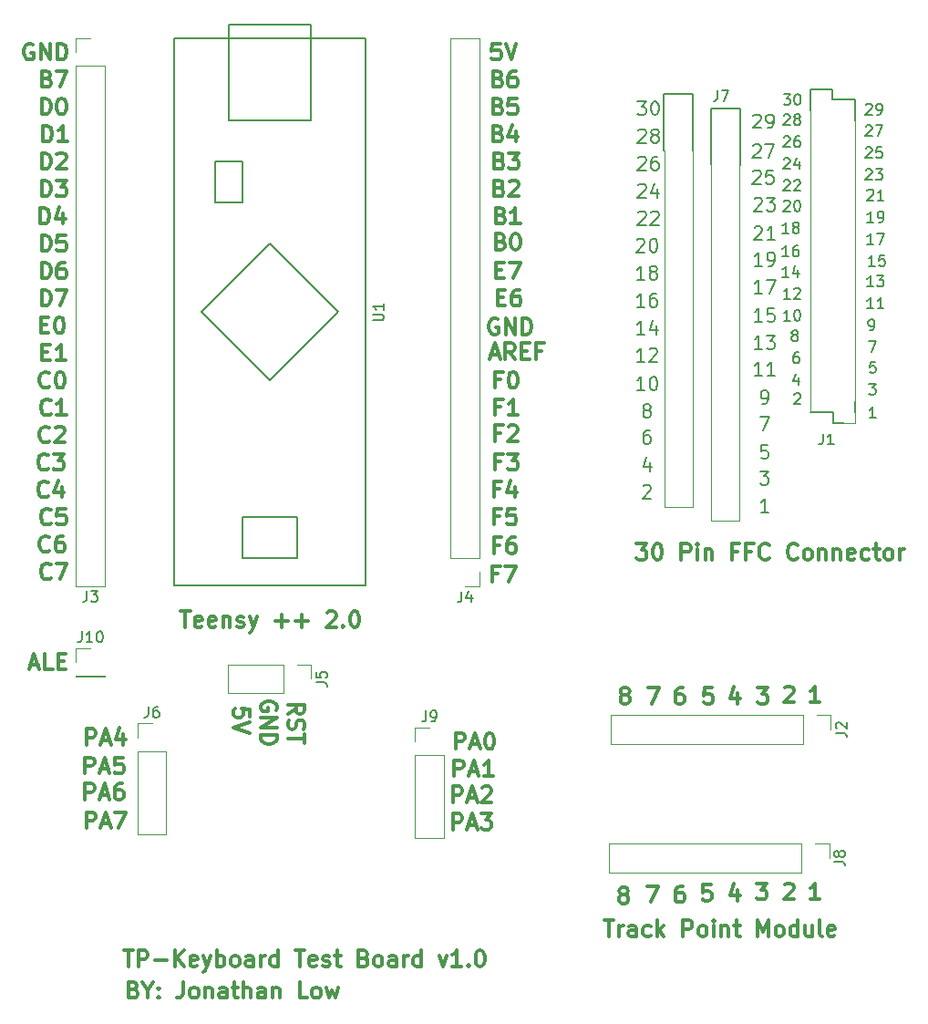
<source format=gbr>
G04 #@! TF.GenerationSoftware,KiCad,Pcbnew,(5.0.0-3-g5ebb6b6)*
G04 #@! TF.CreationDate,2020-04-03T01:15:25-07:00*
G04 #@! TF.ProjectId,keyboard,6B6579626F6172642E6B696361645F70,rev?*
G04 #@! TF.SameCoordinates,Original*
G04 #@! TF.FileFunction,Legend,Top*
G04 #@! TF.FilePolarity,Positive*
%FSLAX46Y46*%
G04 Gerber Fmt 4.6, Leading zero omitted, Abs format (unit mm)*
G04 Created by KiCad (PCBNEW (5.0.0-3-g5ebb6b6)) date Friday, April 03, 2020 at 01:15:25 AM*
%MOMM*%
%LPD*%
G01*
G04 APERTURE LIST*
%ADD10C,0.200000*%
%ADD11C,0.300000*%
%ADD12C,0.120000*%
%ADD13C,0.150000*%
G04 APERTURE END LIST*
D10*
X256936335Y-64800219D02*
X256983954Y-64752600D01*
X257079192Y-64704980D01*
X257317287Y-64704980D01*
X257412525Y-64752600D01*
X257460144Y-64800219D01*
X257507763Y-64895457D01*
X257507763Y-64990695D01*
X257460144Y-65133552D01*
X256888716Y-65704980D01*
X257507763Y-65704980D01*
X257983954Y-65704980D02*
X258174430Y-65704980D01*
X258269668Y-65657361D01*
X258317287Y-65609742D01*
X258412525Y-65466885D01*
X258460144Y-65276409D01*
X258460144Y-64895457D01*
X258412525Y-64800219D01*
X258364906Y-64752600D01*
X258269668Y-64704980D01*
X258079192Y-64704980D01*
X257983954Y-64752600D01*
X257936335Y-64800219D01*
X257888716Y-64895457D01*
X257888716Y-65133552D01*
X257936335Y-65228790D01*
X257983954Y-65276409D01*
X258079192Y-65324028D01*
X258269668Y-65324028D01*
X258364906Y-65276409D01*
X258412525Y-65228790D01*
X258460144Y-65133552D01*
X249294116Y-63815980D02*
X249913163Y-63815980D01*
X249579830Y-64196933D01*
X249722687Y-64196933D01*
X249817925Y-64244552D01*
X249865544Y-64292171D01*
X249913163Y-64387409D01*
X249913163Y-64625504D01*
X249865544Y-64720742D01*
X249817925Y-64768361D01*
X249722687Y-64815980D01*
X249436973Y-64815980D01*
X249341735Y-64768361D01*
X249294116Y-64720742D01*
X250532211Y-63815980D02*
X250627449Y-63815980D01*
X250722687Y-63863600D01*
X250770306Y-63911219D01*
X250817925Y-64006457D01*
X250865544Y-64196933D01*
X250865544Y-64435028D01*
X250817925Y-64625504D01*
X250770306Y-64720742D01*
X250722687Y-64768361D01*
X250627449Y-64815980D01*
X250532211Y-64815980D01*
X250436973Y-64768361D01*
X250389354Y-64720742D01*
X250341735Y-64625504D01*
X250294116Y-64435028D01*
X250294116Y-64196933D01*
X250341735Y-64006457D01*
X250389354Y-63911219D01*
X250436973Y-63863600D01*
X250532211Y-63815980D01*
X246484259Y-65830123D02*
X246543782Y-65770600D01*
X246662830Y-65711076D01*
X246960449Y-65711076D01*
X247079497Y-65770600D01*
X247139020Y-65830123D01*
X247198544Y-65949171D01*
X247198544Y-66068219D01*
X247139020Y-66246790D01*
X246424735Y-66961076D01*
X247198544Y-66961076D01*
X247793782Y-66961076D02*
X248031878Y-66961076D01*
X248150925Y-66901552D01*
X248210449Y-66842028D01*
X248329497Y-66663457D01*
X248389020Y-66425361D01*
X248389020Y-65949171D01*
X248329497Y-65830123D01*
X248269973Y-65770600D01*
X248150925Y-65711076D01*
X247912830Y-65711076D01*
X247793782Y-65770600D01*
X247734259Y-65830123D01*
X247674735Y-65949171D01*
X247674735Y-66246790D01*
X247734259Y-66365838D01*
X247793782Y-66425361D01*
X247912830Y-66484885D01*
X248150925Y-66484885D01*
X248269973Y-66425361D01*
X248329497Y-66365838D01*
X248389020Y-66246790D01*
X235731335Y-64491876D02*
X236505144Y-64491876D01*
X236088478Y-64968066D01*
X236267049Y-64968066D01*
X236386097Y-65027590D01*
X236445620Y-65087114D01*
X236505144Y-65206161D01*
X236505144Y-65503780D01*
X236445620Y-65622828D01*
X236386097Y-65682352D01*
X236267049Y-65741876D01*
X235909906Y-65741876D01*
X235790859Y-65682352D01*
X235731335Y-65622828D01*
X237278954Y-64491876D02*
X237398001Y-64491876D01*
X237517049Y-64551400D01*
X237576573Y-64610923D01*
X237636097Y-64729971D01*
X237695620Y-64968066D01*
X237695620Y-65265685D01*
X237636097Y-65503780D01*
X237576573Y-65622828D01*
X237517049Y-65682352D01*
X237398001Y-65741876D01*
X237278954Y-65741876D01*
X237159906Y-65682352D01*
X237100382Y-65622828D01*
X237040859Y-65503780D01*
X236981335Y-65265685D01*
X236981335Y-64968066D01*
X237040859Y-64729971D01*
X237100382Y-64610923D01*
X237159906Y-64551400D01*
X237278954Y-64491876D01*
D11*
X193318857Y-111827571D02*
X194176000Y-111827571D01*
X193747428Y-113327571D02*
X193747428Y-111827571D01*
X195247428Y-113256142D02*
X195104571Y-113327571D01*
X194818857Y-113327571D01*
X194676000Y-113256142D01*
X194604571Y-113113285D01*
X194604571Y-112541857D01*
X194676000Y-112399000D01*
X194818857Y-112327571D01*
X195104571Y-112327571D01*
X195247428Y-112399000D01*
X195318857Y-112541857D01*
X195318857Y-112684714D01*
X194604571Y-112827571D01*
X196533142Y-113256142D02*
X196390285Y-113327571D01*
X196104571Y-113327571D01*
X195961714Y-113256142D01*
X195890285Y-113113285D01*
X195890285Y-112541857D01*
X195961714Y-112399000D01*
X196104571Y-112327571D01*
X196390285Y-112327571D01*
X196533142Y-112399000D01*
X196604571Y-112541857D01*
X196604571Y-112684714D01*
X195890285Y-112827571D01*
X197247428Y-112327571D02*
X197247428Y-113327571D01*
X197247428Y-112470428D02*
X197318857Y-112399000D01*
X197461714Y-112327571D01*
X197676000Y-112327571D01*
X197818857Y-112399000D01*
X197890285Y-112541857D01*
X197890285Y-113327571D01*
X198533142Y-113256142D02*
X198676000Y-113327571D01*
X198961714Y-113327571D01*
X199104571Y-113256142D01*
X199176000Y-113113285D01*
X199176000Y-113041857D01*
X199104571Y-112899000D01*
X198961714Y-112827571D01*
X198747428Y-112827571D01*
X198604571Y-112756142D01*
X198533142Y-112613285D01*
X198533142Y-112541857D01*
X198604571Y-112399000D01*
X198747428Y-112327571D01*
X198961714Y-112327571D01*
X199104571Y-112399000D01*
X199676000Y-112327571D02*
X200033142Y-113327571D01*
X200390285Y-112327571D02*
X200033142Y-113327571D01*
X199890285Y-113684714D01*
X199818857Y-113756142D01*
X199676000Y-113827571D01*
X202104571Y-112756142D02*
X203247428Y-112756142D01*
X202676000Y-113327571D02*
X202676000Y-112184714D01*
X203961714Y-112756142D02*
X205104571Y-112756142D01*
X204533142Y-113327571D02*
X204533142Y-112184714D01*
X206890285Y-111970428D02*
X206961714Y-111899000D01*
X207104571Y-111827571D01*
X207461714Y-111827571D01*
X207604571Y-111899000D01*
X207676000Y-111970428D01*
X207747428Y-112113285D01*
X207747428Y-112256142D01*
X207676000Y-112470428D01*
X206818857Y-113327571D01*
X207747428Y-113327571D01*
X208390285Y-113184714D02*
X208461714Y-113256142D01*
X208390285Y-113327571D01*
X208318857Y-113256142D01*
X208390285Y-113184714D01*
X208390285Y-113327571D01*
X209390285Y-111827571D02*
X209533142Y-111827571D01*
X209676000Y-111899000D01*
X209747428Y-111970428D01*
X209818857Y-112113285D01*
X209890285Y-112399000D01*
X209890285Y-112756142D01*
X209818857Y-113041857D01*
X209747428Y-113184714D01*
X209676000Y-113256142D01*
X209533142Y-113327571D01*
X209390285Y-113327571D01*
X209247428Y-113256142D01*
X209176000Y-113184714D01*
X209104571Y-113041857D01*
X209033142Y-112756142D01*
X209033142Y-112399000D01*
X209104571Y-112113285D01*
X209176000Y-111970428D01*
X209247428Y-111899000D01*
X209390285Y-111827571D01*
D10*
X235790859Y-67201723D02*
X235850382Y-67142200D01*
X235969430Y-67082676D01*
X236267049Y-67082676D01*
X236386097Y-67142200D01*
X236445620Y-67201723D01*
X236505144Y-67320771D01*
X236505144Y-67439819D01*
X236445620Y-67618390D01*
X235731335Y-68332676D01*
X236505144Y-68332676D01*
X237219430Y-67618390D02*
X237100382Y-67558866D01*
X237040859Y-67499342D01*
X236981335Y-67380295D01*
X236981335Y-67320771D01*
X237040859Y-67201723D01*
X237100382Y-67142200D01*
X237219430Y-67082676D01*
X237457525Y-67082676D01*
X237576573Y-67142200D01*
X237636097Y-67201723D01*
X237695620Y-67320771D01*
X237695620Y-67380295D01*
X237636097Y-67499342D01*
X237576573Y-67558866D01*
X237457525Y-67618390D01*
X237219430Y-67618390D01*
X237100382Y-67677914D01*
X237040859Y-67737438D01*
X236981335Y-67856485D01*
X236981335Y-68094580D01*
X237040859Y-68213628D01*
X237100382Y-68273152D01*
X237219430Y-68332676D01*
X237457525Y-68332676D01*
X237576573Y-68273152D01*
X237636097Y-68213628D01*
X237695620Y-68094580D01*
X237695620Y-67856485D01*
X237636097Y-67737438D01*
X237576573Y-67677914D01*
X237457525Y-67618390D01*
X235790859Y-69741723D02*
X235850382Y-69682200D01*
X235969430Y-69622676D01*
X236267049Y-69622676D01*
X236386097Y-69682200D01*
X236445620Y-69741723D01*
X236505144Y-69860771D01*
X236505144Y-69979819D01*
X236445620Y-70158390D01*
X235731335Y-70872676D01*
X236505144Y-70872676D01*
X237576573Y-69622676D02*
X237338478Y-69622676D01*
X237219430Y-69682200D01*
X237159906Y-69741723D01*
X237040859Y-69920295D01*
X236981335Y-70158390D01*
X236981335Y-70634580D01*
X237040859Y-70753628D01*
X237100382Y-70813152D01*
X237219430Y-70872676D01*
X237457525Y-70872676D01*
X237576573Y-70813152D01*
X237636097Y-70753628D01*
X237695620Y-70634580D01*
X237695620Y-70336961D01*
X237636097Y-70217914D01*
X237576573Y-70158390D01*
X237457525Y-70098866D01*
X237219430Y-70098866D01*
X237100382Y-70158390D01*
X237040859Y-70217914D01*
X236981335Y-70336961D01*
X235790859Y-72281723D02*
X235850382Y-72222200D01*
X235969430Y-72162676D01*
X236267049Y-72162676D01*
X236386097Y-72222200D01*
X236445620Y-72281723D01*
X236505144Y-72400771D01*
X236505144Y-72519819D01*
X236445620Y-72698390D01*
X235731335Y-73412676D01*
X236505144Y-73412676D01*
X237576573Y-72579342D02*
X237576573Y-73412676D01*
X237278954Y-72103152D02*
X236981335Y-72996009D01*
X237755144Y-72996009D01*
X235790859Y-74821723D02*
X235850382Y-74762200D01*
X235969430Y-74702676D01*
X236267049Y-74702676D01*
X236386097Y-74762200D01*
X236445620Y-74821723D01*
X236505144Y-74940771D01*
X236505144Y-75059819D01*
X236445620Y-75238390D01*
X235731335Y-75952676D01*
X236505144Y-75952676D01*
X236981335Y-74821723D02*
X237040859Y-74762200D01*
X237159906Y-74702676D01*
X237457525Y-74702676D01*
X237576573Y-74762200D01*
X237636097Y-74821723D01*
X237695620Y-74940771D01*
X237695620Y-75059819D01*
X237636097Y-75238390D01*
X236921811Y-75952676D01*
X237695620Y-75952676D01*
X235663859Y-77361723D02*
X235723382Y-77302200D01*
X235842430Y-77242676D01*
X236140049Y-77242676D01*
X236259097Y-77302200D01*
X236318620Y-77361723D01*
X236378144Y-77480771D01*
X236378144Y-77599819D01*
X236318620Y-77778390D01*
X235604335Y-78492676D01*
X236378144Y-78492676D01*
X237151954Y-77242676D02*
X237271001Y-77242676D01*
X237390049Y-77302200D01*
X237449573Y-77361723D01*
X237509097Y-77480771D01*
X237568620Y-77718866D01*
X237568620Y-78016485D01*
X237509097Y-78254580D01*
X237449573Y-78373628D01*
X237390049Y-78433152D01*
X237271001Y-78492676D01*
X237151954Y-78492676D01*
X237032906Y-78433152D01*
X236973382Y-78373628D01*
X236913859Y-78254580D01*
X236854335Y-78016485D01*
X236854335Y-77718866D01*
X236913859Y-77480771D01*
X236973382Y-77361723D01*
X237032906Y-77302200D01*
X237151954Y-77242676D01*
X236378144Y-81032676D02*
X235663859Y-81032676D01*
X236021001Y-81032676D02*
X236021001Y-79782676D01*
X235901954Y-79961247D01*
X235782906Y-80080295D01*
X235663859Y-80139819D01*
X237092430Y-80318390D02*
X236973382Y-80258866D01*
X236913859Y-80199342D01*
X236854335Y-80080295D01*
X236854335Y-80020771D01*
X236913859Y-79901723D01*
X236973382Y-79842200D01*
X237092430Y-79782676D01*
X237330525Y-79782676D01*
X237449573Y-79842200D01*
X237509097Y-79901723D01*
X237568620Y-80020771D01*
X237568620Y-80080295D01*
X237509097Y-80199342D01*
X237449573Y-80258866D01*
X237330525Y-80318390D01*
X237092430Y-80318390D01*
X236973382Y-80377914D01*
X236913859Y-80437438D01*
X236854335Y-80556485D01*
X236854335Y-80794580D01*
X236913859Y-80913628D01*
X236973382Y-80973152D01*
X237092430Y-81032676D01*
X237330525Y-81032676D01*
X237449573Y-80973152D01*
X237509097Y-80913628D01*
X237568620Y-80794580D01*
X237568620Y-80556485D01*
X237509097Y-80437438D01*
X237449573Y-80377914D01*
X237330525Y-80318390D01*
X236378144Y-83572676D02*
X235663859Y-83572676D01*
X236021001Y-83572676D02*
X236021001Y-82322676D01*
X235901954Y-82501247D01*
X235782906Y-82620295D01*
X235663859Y-82679819D01*
X237449573Y-82322676D02*
X237211478Y-82322676D01*
X237092430Y-82382200D01*
X237032906Y-82441723D01*
X236913859Y-82620295D01*
X236854335Y-82858390D01*
X236854335Y-83334580D01*
X236913859Y-83453628D01*
X236973382Y-83513152D01*
X237092430Y-83572676D01*
X237330525Y-83572676D01*
X237449573Y-83513152D01*
X237509097Y-83453628D01*
X237568620Y-83334580D01*
X237568620Y-83036961D01*
X237509097Y-82917914D01*
X237449573Y-82858390D01*
X237330525Y-82798866D01*
X237092430Y-82798866D01*
X236973382Y-82858390D01*
X236913859Y-82917914D01*
X236854335Y-83036961D01*
X236378144Y-86112676D02*
X235663859Y-86112676D01*
X236021001Y-86112676D02*
X236021001Y-84862676D01*
X235901954Y-85041247D01*
X235782906Y-85160295D01*
X235663859Y-85219819D01*
X237449573Y-85279342D02*
X237449573Y-86112676D01*
X237151954Y-84803152D02*
X236854335Y-85696009D01*
X237628144Y-85696009D01*
X236378144Y-88652676D02*
X235663859Y-88652676D01*
X236021001Y-88652676D02*
X236021001Y-87402676D01*
X235901954Y-87581247D01*
X235782906Y-87700295D01*
X235663859Y-87759819D01*
X236854335Y-87521723D02*
X236913859Y-87462200D01*
X237032906Y-87402676D01*
X237330525Y-87402676D01*
X237449573Y-87462200D01*
X237509097Y-87521723D01*
X237568620Y-87640771D01*
X237568620Y-87759819D01*
X237509097Y-87938390D01*
X236794811Y-88652676D01*
X237568620Y-88652676D01*
X236378144Y-91319676D02*
X235663859Y-91319676D01*
X236021001Y-91319676D02*
X236021001Y-90069676D01*
X235901954Y-90248247D01*
X235782906Y-90367295D01*
X235663859Y-90426819D01*
X237151954Y-90069676D02*
X237271001Y-90069676D01*
X237390049Y-90129200D01*
X237449573Y-90188723D01*
X237509097Y-90307771D01*
X237568620Y-90545866D01*
X237568620Y-90843485D01*
X237509097Y-91081580D01*
X237449573Y-91200628D01*
X237390049Y-91260152D01*
X237271001Y-91319676D01*
X237151954Y-91319676D01*
X237032906Y-91260152D01*
X236973382Y-91200628D01*
X236913859Y-91081580D01*
X236854335Y-90843485D01*
X236854335Y-90545866D01*
X236913859Y-90307771D01*
X236973382Y-90188723D01*
X237032906Y-90129200D01*
X237151954Y-90069676D01*
X236497192Y-93145390D02*
X236378144Y-93085866D01*
X236318620Y-93026342D01*
X236259097Y-92907295D01*
X236259097Y-92847771D01*
X236318620Y-92728723D01*
X236378144Y-92669200D01*
X236497192Y-92609676D01*
X236735287Y-92609676D01*
X236854335Y-92669200D01*
X236913859Y-92728723D01*
X236973382Y-92847771D01*
X236973382Y-92907295D01*
X236913859Y-93026342D01*
X236854335Y-93085866D01*
X236735287Y-93145390D01*
X236497192Y-93145390D01*
X236378144Y-93204914D01*
X236318620Y-93264438D01*
X236259097Y-93383485D01*
X236259097Y-93621580D01*
X236318620Y-93740628D01*
X236378144Y-93800152D01*
X236497192Y-93859676D01*
X236735287Y-93859676D01*
X236854335Y-93800152D01*
X236913859Y-93740628D01*
X236973382Y-93621580D01*
X236973382Y-93383485D01*
X236913859Y-93264438D01*
X236854335Y-93204914D01*
X236735287Y-93145390D01*
X236854335Y-95022676D02*
X236616240Y-95022676D01*
X236497192Y-95082200D01*
X236437668Y-95141723D01*
X236318620Y-95320295D01*
X236259097Y-95558390D01*
X236259097Y-96034580D01*
X236318620Y-96153628D01*
X236378144Y-96213152D01*
X236497192Y-96272676D01*
X236735287Y-96272676D01*
X236854335Y-96213152D01*
X236913859Y-96153628D01*
X236973382Y-96034580D01*
X236973382Y-95736961D01*
X236913859Y-95617914D01*
X236854335Y-95558390D01*
X236735287Y-95498866D01*
X236497192Y-95498866D01*
X236378144Y-95558390D01*
X236318620Y-95617914D01*
X236259097Y-95736961D01*
X236854335Y-97979342D02*
X236854335Y-98812676D01*
X236556716Y-97503152D02*
X236259097Y-98396009D01*
X237032906Y-98396009D01*
X236259097Y-100221723D02*
X236318620Y-100162200D01*
X236437668Y-100102676D01*
X236735287Y-100102676D01*
X236854335Y-100162200D01*
X236913859Y-100221723D01*
X236973382Y-100340771D01*
X236973382Y-100459819D01*
X236913859Y-100638390D01*
X236199573Y-101352676D01*
X236973382Y-101352676D01*
X247895382Y-102622676D02*
X247181097Y-102622676D01*
X247538240Y-102622676D02*
X247538240Y-101372676D01*
X247419192Y-101551247D01*
X247300144Y-101670295D01*
X247181097Y-101729819D01*
X247121573Y-98832676D02*
X247895382Y-98832676D01*
X247478716Y-99308866D01*
X247657287Y-99308866D01*
X247776335Y-99368390D01*
X247835859Y-99427914D01*
X247895382Y-99546961D01*
X247895382Y-99844580D01*
X247835859Y-99963628D01*
X247776335Y-100023152D01*
X247657287Y-100082676D01*
X247300144Y-100082676D01*
X247181097Y-100023152D01*
X247121573Y-99963628D01*
X247835859Y-96419676D02*
X247240620Y-96419676D01*
X247181097Y-97014914D01*
X247240620Y-96955390D01*
X247359668Y-96895866D01*
X247657287Y-96895866D01*
X247776335Y-96955390D01*
X247835859Y-97014914D01*
X247895382Y-97133961D01*
X247895382Y-97431580D01*
X247835859Y-97550628D01*
X247776335Y-97610152D01*
X247657287Y-97669676D01*
X247359668Y-97669676D01*
X247240620Y-97610152D01*
X247181097Y-97550628D01*
X247121573Y-93752676D02*
X247954906Y-93752676D01*
X247419192Y-95002676D01*
X247300144Y-92589676D02*
X247538240Y-92589676D01*
X247657287Y-92530152D01*
X247716811Y-92470628D01*
X247835859Y-92292057D01*
X247895382Y-92053961D01*
X247895382Y-91577771D01*
X247835859Y-91458723D01*
X247776335Y-91399200D01*
X247657287Y-91339676D01*
X247419192Y-91339676D01*
X247300144Y-91399200D01*
X247240620Y-91458723D01*
X247181097Y-91577771D01*
X247181097Y-91875390D01*
X247240620Y-91994438D01*
X247300144Y-92053961D01*
X247419192Y-92113485D01*
X247657287Y-92113485D01*
X247776335Y-92053961D01*
X247835859Y-91994438D01*
X247895382Y-91875390D01*
X247300144Y-89922676D02*
X246585859Y-89922676D01*
X246943001Y-89922676D02*
X246943001Y-88672676D01*
X246823954Y-88851247D01*
X246704906Y-88970295D01*
X246585859Y-89029819D01*
X248490620Y-89922676D02*
X247776335Y-89922676D01*
X248133478Y-89922676D02*
X248133478Y-88672676D01*
X248014430Y-88851247D01*
X247895382Y-88970295D01*
X247776335Y-89029819D01*
X247300144Y-87509676D02*
X246585859Y-87509676D01*
X246943001Y-87509676D02*
X246943001Y-86259676D01*
X246823954Y-86438247D01*
X246704906Y-86557295D01*
X246585859Y-86616819D01*
X247716811Y-86259676D02*
X248490620Y-86259676D01*
X248073954Y-86735866D01*
X248252525Y-86735866D01*
X248371573Y-86795390D01*
X248431097Y-86854914D01*
X248490620Y-86973961D01*
X248490620Y-87271580D01*
X248431097Y-87390628D01*
X248371573Y-87450152D01*
X248252525Y-87509676D01*
X247895382Y-87509676D01*
X247776335Y-87450152D01*
X247716811Y-87390628D01*
X247300144Y-84969676D02*
X246585859Y-84969676D01*
X246943001Y-84969676D02*
X246943001Y-83719676D01*
X246823954Y-83898247D01*
X246704906Y-84017295D01*
X246585859Y-84076819D01*
X248431097Y-83719676D02*
X247835859Y-83719676D01*
X247776335Y-84314914D01*
X247835859Y-84255390D01*
X247954906Y-84195866D01*
X248252525Y-84195866D01*
X248371573Y-84255390D01*
X248431097Y-84314914D01*
X248490620Y-84433961D01*
X248490620Y-84731580D01*
X248431097Y-84850628D01*
X248371573Y-84910152D01*
X248252525Y-84969676D01*
X247954906Y-84969676D01*
X247835859Y-84910152D01*
X247776335Y-84850628D01*
X247300144Y-82302676D02*
X246585859Y-82302676D01*
X246943001Y-82302676D02*
X246943001Y-81052676D01*
X246823954Y-81231247D01*
X246704906Y-81350295D01*
X246585859Y-81409819D01*
X247716811Y-81052676D02*
X248550144Y-81052676D01*
X248014430Y-82302676D01*
X247300144Y-79762676D02*
X246585859Y-79762676D01*
X246943001Y-79762676D02*
X246943001Y-78512676D01*
X246823954Y-78691247D01*
X246704906Y-78810295D01*
X246585859Y-78869819D01*
X247895382Y-79762676D02*
X248133478Y-79762676D01*
X248252525Y-79703152D01*
X248312049Y-79643628D01*
X248431097Y-79465057D01*
X248490620Y-79226961D01*
X248490620Y-78750771D01*
X248431097Y-78631723D01*
X248371573Y-78572200D01*
X248252525Y-78512676D01*
X248014430Y-78512676D01*
X247895382Y-78572200D01*
X247835859Y-78631723D01*
X247776335Y-78750771D01*
X247776335Y-79048390D01*
X247835859Y-79167438D01*
X247895382Y-79226961D01*
X248014430Y-79286485D01*
X248252525Y-79286485D01*
X248371573Y-79226961D01*
X248431097Y-79167438D01*
X248490620Y-79048390D01*
X246585859Y-76218723D02*
X246645382Y-76159200D01*
X246764430Y-76099676D01*
X247062049Y-76099676D01*
X247181097Y-76159200D01*
X247240620Y-76218723D01*
X247300144Y-76337771D01*
X247300144Y-76456819D01*
X247240620Y-76635390D01*
X246526335Y-77349676D01*
X247300144Y-77349676D01*
X248490620Y-77349676D02*
X247776335Y-77349676D01*
X248133478Y-77349676D02*
X248133478Y-76099676D01*
X248014430Y-76278247D01*
X247895382Y-76397295D01*
X247776335Y-76456819D01*
X246585859Y-73551723D02*
X246645382Y-73492200D01*
X246764430Y-73432676D01*
X247062049Y-73432676D01*
X247181097Y-73492200D01*
X247240620Y-73551723D01*
X247300144Y-73670771D01*
X247300144Y-73789819D01*
X247240620Y-73968390D01*
X246526335Y-74682676D01*
X247300144Y-74682676D01*
X247716811Y-73432676D02*
X248490620Y-73432676D01*
X248073954Y-73908866D01*
X248252525Y-73908866D01*
X248371573Y-73968390D01*
X248431097Y-74027914D01*
X248490620Y-74146961D01*
X248490620Y-74444580D01*
X248431097Y-74563628D01*
X248371573Y-74623152D01*
X248252525Y-74682676D01*
X247895382Y-74682676D01*
X247776335Y-74623152D01*
X247716811Y-74563628D01*
X246458859Y-71011723D02*
X246518382Y-70952200D01*
X246637430Y-70892676D01*
X246935049Y-70892676D01*
X247054097Y-70952200D01*
X247113620Y-71011723D01*
X247173144Y-71130771D01*
X247173144Y-71249819D01*
X247113620Y-71428390D01*
X246399335Y-72142676D01*
X247173144Y-72142676D01*
X248304097Y-70892676D02*
X247708859Y-70892676D01*
X247649335Y-71487914D01*
X247708859Y-71428390D01*
X247827906Y-71368866D01*
X248125525Y-71368866D01*
X248244573Y-71428390D01*
X248304097Y-71487914D01*
X248363620Y-71606961D01*
X248363620Y-71904580D01*
X248304097Y-72023628D01*
X248244573Y-72083152D01*
X248125525Y-72142676D01*
X247827906Y-72142676D01*
X247708859Y-72083152D01*
X247649335Y-72023628D01*
X257237906Y-90714580D02*
X257856954Y-90714580D01*
X257523620Y-91095533D01*
X257666478Y-91095533D01*
X257761716Y-91143152D01*
X257809335Y-91190771D01*
X257856954Y-91286009D01*
X257856954Y-91524104D01*
X257809335Y-91619342D01*
X257761716Y-91666961D01*
X257666478Y-91714580D01*
X257380763Y-91714580D01*
X257285525Y-91666961D01*
X257237906Y-91619342D01*
X257809335Y-88682580D02*
X257333144Y-88682580D01*
X257285525Y-89158771D01*
X257333144Y-89111152D01*
X257428382Y-89063533D01*
X257666478Y-89063533D01*
X257761716Y-89111152D01*
X257809335Y-89158771D01*
X257856954Y-89254009D01*
X257856954Y-89492104D01*
X257809335Y-89587342D01*
X257761716Y-89634961D01*
X257666478Y-89682580D01*
X257428382Y-89682580D01*
X257333144Y-89634961D01*
X257285525Y-89587342D01*
X257237906Y-86777580D02*
X257904573Y-86777580D01*
X257476001Y-87777580D01*
X257253763Y-85745580D02*
X257444240Y-85745580D01*
X257539478Y-85697961D01*
X257587097Y-85650342D01*
X257682335Y-85507485D01*
X257729954Y-85317009D01*
X257729954Y-84936057D01*
X257682335Y-84840819D01*
X257634716Y-84793200D01*
X257539478Y-84745580D01*
X257349001Y-84745580D01*
X257253763Y-84793200D01*
X257206144Y-84840819D01*
X257158525Y-84936057D01*
X257158525Y-85174152D01*
X257206144Y-85269390D01*
X257253763Y-85317009D01*
X257349001Y-85364628D01*
X257539478Y-85364628D01*
X257634716Y-85317009D01*
X257682335Y-85269390D01*
X257729954Y-85174152D01*
X257634763Y-83713580D02*
X257063335Y-83713580D01*
X257349049Y-83713580D02*
X257349049Y-82713580D01*
X257253811Y-82856438D01*
X257158573Y-82951676D01*
X257063335Y-82999295D01*
X258587144Y-83713580D02*
X258015716Y-83713580D01*
X258301430Y-83713580D02*
X258301430Y-82713580D01*
X258206192Y-82856438D01*
X258110954Y-82951676D01*
X258015716Y-82999295D01*
X257634763Y-81681580D02*
X257063335Y-81681580D01*
X257349049Y-81681580D02*
X257349049Y-80681580D01*
X257253811Y-80824438D01*
X257158573Y-80919676D01*
X257063335Y-80967295D01*
X257968097Y-80681580D02*
X258587144Y-80681580D01*
X258253811Y-81062533D01*
X258396668Y-81062533D01*
X258491906Y-81110152D01*
X258539525Y-81157771D01*
X258587144Y-81253009D01*
X258587144Y-81491104D01*
X258539525Y-81586342D01*
X258491906Y-81633961D01*
X258396668Y-81681580D01*
X258110954Y-81681580D01*
X258015716Y-81633961D01*
X257968097Y-81586342D01*
X257761763Y-79776580D02*
X257190335Y-79776580D01*
X257476049Y-79776580D02*
X257476049Y-78776580D01*
X257380811Y-78919438D01*
X257285573Y-79014676D01*
X257190335Y-79062295D01*
X258666525Y-78776580D02*
X258190335Y-78776580D01*
X258142716Y-79252771D01*
X258190335Y-79205152D01*
X258285573Y-79157533D01*
X258523668Y-79157533D01*
X258618906Y-79205152D01*
X258666525Y-79252771D01*
X258714144Y-79348009D01*
X258714144Y-79586104D01*
X258666525Y-79681342D01*
X258618906Y-79728961D01*
X258523668Y-79776580D01*
X258285573Y-79776580D01*
X258190335Y-79728961D01*
X258142716Y-79681342D01*
X257634763Y-77744580D02*
X257063335Y-77744580D01*
X257349049Y-77744580D02*
X257349049Y-76744580D01*
X257253811Y-76887438D01*
X257158573Y-76982676D01*
X257063335Y-77030295D01*
X257968097Y-76744580D02*
X258634763Y-76744580D01*
X258206192Y-77744580D01*
X257634763Y-75712580D02*
X257063335Y-75712580D01*
X257349049Y-75712580D02*
X257349049Y-74712580D01*
X257253811Y-74855438D01*
X257158573Y-74950676D01*
X257063335Y-74998295D01*
X258110954Y-75712580D02*
X258301430Y-75712580D01*
X258396668Y-75664961D01*
X258444287Y-75617342D01*
X258539525Y-75474485D01*
X258587144Y-75284009D01*
X258587144Y-74903057D01*
X258539525Y-74807819D01*
X258491906Y-74760200D01*
X258396668Y-74712580D01*
X258206192Y-74712580D01*
X258110954Y-74760200D01*
X258063335Y-74807819D01*
X258015716Y-74903057D01*
X258015716Y-75141152D01*
X258063335Y-75236390D01*
X258110954Y-75284009D01*
X258206192Y-75331628D01*
X258396668Y-75331628D01*
X258491906Y-75284009D01*
X258539525Y-75236390D01*
X258587144Y-75141152D01*
X257063335Y-72775819D02*
X257110954Y-72728200D01*
X257206192Y-72680580D01*
X257444287Y-72680580D01*
X257539525Y-72728200D01*
X257587144Y-72775819D01*
X257634763Y-72871057D01*
X257634763Y-72966295D01*
X257587144Y-73109152D01*
X257015716Y-73680580D01*
X257634763Y-73680580D01*
X258587144Y-73680580D02*
X258015716Y-73680580D01*
X258301430Y-73680580D02*
X258301430Y-72680580D01*
X258206192Y-72823438D01*
X258110954Y-72918676D01*
X258015716Y-72966295D01*
X256936335Y-70870819D02*
X256983954Y-70823200D01*
X257079192Y-70775580D01*
X257317287Y-70775580D01*
X257412525Y-70823200D01*
X257460144Y-70870819D01*
X257507763Y-70966057D01*
X257507763Y-71061295D01*
X257460144Y-71204152D01*
X256888716Y-71775580D01*
X257507763Y-71775580D01*
X257841097Y-70775580D02*
X258460144Y-70775580D01*
X258126811Y-71156533D01*
X258269668Y-71156533D01*
X258364906Y-71204152D01*
X258412525Y-71251771D01*
X258460144Y-71347009D01*
X258460144Y-71585104D01*
X258412525Y-71680342D01*
X258364906Y-71727961D01*
X258269668Y-71775580D01*
X257983954Y-71775580D01*
X257888716Y-71727961D01*
X257841097Y-71680342D01*
X256936335Y-68838819D02*
X256983954Y-68791200D01*
X257079192Y-68743580D01*
X257317287Y-68743580D01*
X257412525Y-68791200D01*
X257460144Y-68838819D01*
X257507763Y-68934057D01*
X257507763Y-69029295D01*
X257460144Y-69172152D01*
X256888716Y-69743580D01*
X257507763Y-69743580D01*
X258412525Y-68743580D02*
X257936335Y-68743580D01*
X257888716Y-69219771D01*
X257936335Y-69172152D01*
X258031573Y-69124533D01*
X258269668Y-69124533D01*
X258364906Y-69172152D01*
X258412525Y-69219771D01*
X258460144Y-69315009D01*
X258460144Y-69553104D01*
X258412525Y-69648342D01*
X258364906Y-69695961D01*
X258269668Y-69743580D01*
X258031573Y-69743580D01*
X257936335Y-69695961D01*
X257888716Y-69648342D01*
X256936335Y-66806819D02*
X256983954Y-66759200D01*
X257079192Y-66711580D01*
X257317287Y-66711580D01*
X257412525Y-66759200D01*
X257460144Y-66806819D01*
X257507763Y-66902057D01*
X257507763Y-66997295D01*
X257460144Y-67140152D01*
X256888716Y-67711580D01*
X257507763Y-67711580D01*
X257841097Y-66711580D02*
X258507763Y-66711580D01*
X258079192Y-67711580D01*
X249316335Y-65790819D02*
X249363954Y-65743200D01*
X249459192Y-65695580D01*
X249697287Y-65695580D01*
X249792525Y-65743200D01*
X249840144Y-65790819D01*
X249887763Y-65886057D01*
X249887763Y-65981295D01*
X249840144Y-66124152D01*
X249268716Y-66695580D01*
X249887763Y-66695580D01*
X250459192Y-66124152D02*
X250363954Y-66076533D01*
X250316335Y-66028914D01*
X250268716Y-65933676D01*
X250268716Y-65886057D01*
X250316335Y-65790819D01*
X250363954Y-65743200D01*
X250459192Y-65695580D01*
X250649668Y-65695580D01*
X250744906Y-65743200D01*
X250792525Y-65790819D01*
X250840144Y-65886057D01*
X250840144Y-65933676D01*
X250792525Y-66028914D01*
X250744906Y-66076533D01*
X250649668Y-66124152D01*
X250459192Y-66124152D01*
X250363954Y-66171771D01*
X250316335Y-66219390D01*
X250268716Y-66314628D01*
X250268716Y-66505104D01*
X250316335Y-66600342D01*
X250363954Y-66647961D01*
X250459192Y-66695580D01*
X250649668Y-66695580D01*
X250744906Y-66647961D01*
X250792525Y-66600342D01*
X250840144Y-66505104D01*
X250840144Y-66314628D01*
X250792525Y-66219390D01*
X250744906Y-66171771D01*
X250649668Y-66124152D01*
X249316335Y-67822819D02*
X249363954Y-67775200D01*
X249459192Y-67727580D01*
X249697287Y-67727580D01*
X249792525Y-67775200D01*
X249840144Y-67822819D01*
X249887763Y-67918057D01*
X249887763Y-68013295D01*
X249840144Y-68156152D01*
X249268716Y-68727580D01*
X249887763Y-68727580D01*
X250744906Y-67727580D02*
X250554430Y-67727580D01*
X250459192Y-67775200D01*
X250411573Y-67822819D01*
X250316335Y-67965676D01*
X250268716Y-68156152D01*
X250268716Y-68537104D01*
X250316335Y-68632342D01*
X250363954Y-68679961D01*
X250459192Y-68727580D01*
X250649668Y-68727580D01*
X250744906Y-68679961D01*
X250792525Y-68632342D01*
X250840144Y-68537104D01*
X250840144Y-68299009D01*
X250792525Y-68203771D01*
X250744906Y-68156152D01*
X250649668Y-68108533D01*
X250459192Y-68108533D01*
X250363954Y-68156152D01*
X250316335Y-68203771D01*
X250268716Y-68299009D01*
X249316335Y-69854819D02*
X249363954Y-69807200D01*
X249459192Y-69759580D01*
X249697287Y-69759580D01*
X249792525Y-69807200D01*
X249840144Y-69854819D01*
X249887763Y-69950057D01*
X249887763Y-70045295D01*
X249840144Y-70188152D01*
X249268716Y-70759580D01*
X249887763Y-70759580D01*
X250744906Y-70092914D02*
X250744906Y-70759580D01*
X250506811Y-69711961D02*
X250268716Y-70426247D01*
X250887763Y-70426247D01*
X249316335Y-71886819D02*
X249363954Y-71839200D01*
X249459192Y-71791580D01*
X249697287Y-71791580D01*
X249792525Y-71839200D01*
X249840144Y-71886819D01*
X249887763Y-71982057D01*
X249887763Y-72077295D01*
X249840144Y-72220152D01*
X249268716Y-72791580D01*
X249887763Y-72791580D01*
X250268716Y-71886819D02*
X250316335Y-71839200D01*
X250411573Y-71791580D01*
X250649668Y-71791580D01*
X250744906Y-71839200D01*
X250792525Y-71886819D01*
X250840144Y-71982057D01*
X250840144Y-72077295D01*
X250792525Y-72220152D01*
X250221097Y-72791580D01*
X250840144Y-72791580D01*
X249316335Y-73791819D02*
X249363954Y-73744200D01*
X249459192Y-73696580D01*
X249697287Y-73696580D01*
X249792525Y-73744200D01*
X249840144Y-73791819D01*
X249887763Y-73887057D01*
X249887763Y-73982295D01*
X249840144Y-74125152D01*
X249268716Y-74696580D01*
X249887763Y-74696580D01*
X250506811Y-73696580D02*
X250602049Y-73696580D01*
X250697287Y-73744200D01*
X250744906Y-73791819D01*
X250792525Y-73887057D01*
X250840144Y-74077533D01*
X250840144Y-74315628D01*
X250792525Y-74506104D01*
X250744906Y-74601342D01*
X250697287Y-74648961D01*
X250602049Y-74696580D01*
X250506811Y-74696580D01*
X250411573Y-74648961D01*
X250363954Y-74601342D01*
X250316335Y-74506104D01*
X250268716Y-74315628D01*
X250268716Y-74077533D01*
X250316335Y-73887057D01*
X250363954Y-73791819D01*
X250411573Y-73744200D01*
X250506811Y-73696580D01*
X249760763Y-76728580D02*
X249189335Y-76728580D01*
X249475049Y-76728580D02*
X249475049Y-75728580D01*
X249379811Y-75871438D01*
X249284573Y-75966676D01*
X249189335Y-76014295D01*
X250332192Y-76157152D02*
X250236954Y-76109533D01*
X250189335Y-76061914D01*
X250141716Y-75966676D01*
X250141716Y-75919057D01*
X250189335Y-75823819D01*
X250236954Y-75776200D01*
X250332192Y-75728580D01*
X250522668Y-75728580D01*
X250617906Y-75776200D01*
X250665525Y-75823819D01*
X250713144Y-75919057D01*
X250713144Y-75966676D01*
X250665525Y-76061914D01*
X250617906Y-76109533D01*
X250522668Y-76157152D01*
X250332192Y-76157152D01*
X250236954Y-76204771D01*
X250189335Y-76252390D01*
X250141716Y-76347628D01*
X250141716Y-76538104D01*
X250189335Y-76633342D01*
X250236954Y-76680961D01*
X250332192Y-76728580D01*
X250522668Y-76728580D01*
X250617906Y-76680961D01*
X250665525Y-76633342D01*
X250713144Y-76538104D01*
X250713144Y-76347628D01*
X250665525Y-76252390D01*
X250617906Y-76204771D01*
X250522668Y-76157152D01*
X249760763Y-78887580D02*
X249189335Y-78887580D01*
X249475049Y-78887580D02*
X249475049Y-77887580D01*
X249379811Y-78030438D01*
X249284573Y-78125676D01*
X249189335Y-78173295D01*
X250617906Y-77887580D02*
X250427430Y-77887580D01*
X250332192Y-77935200D01*
X250284573Y-77982819D01*
X250189335Y-78125676D01*
X250141716Y-78316152D01*
X250141716Y-78697104D01*
X250189335Y-78792342D01*
X250236954Y-78839961D01*
X250332192Y-78887580D01*
X250522668Y-78887580D01*
X250617906Y-78839961D01*
X250665525Y-78792342D01*
X250713144Y-78697104D01*
X250713144Y-78459009D01*
X250665525Y-78363771D01*
X250617906Y-78316152D01*
X250522668Y-78268533D01*
X250332192Y-78268533D01*
X250236954Y-78316152D01*
X250189335Y-78363771D01*
X250141716Y-78459009D01*
X249760763Y-80792580D02*
X249189335Y-80792580D01*
X249475049Y-80792580D02*
X249475049Y-79792580D01*
X249379811Y-79935438D01*
X249284573Y-80030676D01*
X249189335Y-80078295D01*
X250617906Y-80125914D02*
X250617906Y-80792580D01*
X250379811Y-79744961D02*
X250141716Y-80459247D01*
X250760763Y-80459247D01*
X249887763Y-82824580D02*
X249316335Y-82824580D01*
X249602049Y-82824580D02*
X249602049Y-81824580D01*
X249506811Y-81967438D01*
X249411573Y-82062676D01*
X249316335Y-82110295D01*
X250268716Y-81919819D02*
X250316335Y-81872200D01*
X250411573Y-81824580D01*
X250649668Y-81824580D01*
X250744906Y-81872200D01*
X250792525Y-81919819D01*
X250840144Y-82015057D01*
X250840144Y-82110295D01*
X250792525Y-82253152D01*
X250221097Y-82824580D01*
X250840144Y-82824580D01*
X249887763Y-84856580D02*
X249316335Y-84856580D01*
X249602049Y-84856580D02*
X249602049Y-83856580D01*
X249506811Y-83999438D01*
X249411573Y-84094676D01*
X249316335Y-84142295D01*
X250506811Y-83856580D02*
X250602049Y-83856580D01*
X250697287Y-83904200D01*
X250744906Y-83951819D01*
X250792525Y-84047057D01*
X250840144Y-84237533D01*
X250840144Y-84475628D01*
X250792525Y-84666104D01*
X250744906Y-84761342D01*
X250697287Y-84808961D01*
X250602049Y-84856580D01*
X250506811Y-84856580D01*
X250411573Y-84808961D01*
X250363954Y-84761342D01*
X250316335Y-84666104D01*
X250268716Y-84475628D01*
X250268716Y-84237533D01*
X250316335Y-84047057D01*
X250363954Y-83951819D01*
X250411573Y-83904200D01*
X250506811Y-83856580D01*
X250237001Y-86190152D02*
X250141763Y-86142533D01*
X250094144Y-86094914D01*
X250046525Y-85999676D01*
X250046525Y-85952057D01*
X250094144Y-85856819D01*
X250141763Y-85809200D01*
X250237001Y-85761580D01*
X250427478Y-85761580D01*
X250522716Y-85809200D01*
X250570335Y-85856819D01*
X250617954Y-85952057D01*
X250617954Y-85999676D01*
X250570335Y-86094914D01*
X250522716Y-86142533D01*
X250427478Y-86190152D01*
X250237001Y-86190152D01*
X250141763Y-86237771D01*
X250094144Y-86285390D01*
X250046525Y-86380628D01*
X250046525Y-86571104D01*
X250094144Y-86666342D01*
X250141763Y-86713961D01*
X250237001Y-86761580D01*
X250427478Y-86761580D01*
X250522716Y-86713961D01*
X250570335Y-86666342D01*
X250617954Y-86571104D01*
X250617954Y-86380628D01*
X250570335Y-86285390D01*
X250522716Y-86237771D01*
X250427478Y-86190152D01*
X250649716Y-87793580D02*
X250459240Y-87793580D01*
X250364001Y-87841200D01*
X250316382Y-87888819D01*
X250221144Y-88031676D01*
X250173525Y-88222152D01*
X250173525Y-88603104D01*
X250221144Y-88698342D01*
X250268763Y-88745961D01*
X250364001Y-88793580D01*
X250554478Y-88793580D01*
X250649716Y-88745961D01*
X250697335Y-88698342D01*
X250744954Y-88603104D01*
X250744954Y-88365009D01*
X250697335Y-88269771D01*
X250649716Y-88222152D01*
X250554478Y-88174533D01*
X250364001Y-88174533D01*
X250268763Y-88222152D01*
X250221144Y-88269771D01*
X250173525Y-88365009D01*
X250649716Y-90158914D02*
X250649716Y-90825580D01*
X250411620Y-89777961D02*
X250173525Y-90492247D01*
X250792573Y-90492247D01*
X250300525Y-91698819D02*
X250348144Y-91651200D01*
X250443382Y-91603580D01*
X250681478Y-91603580D01*
X250776716Y-91651200D01*
X250824335Y-91698819D01*
X250871954Y-91794057D01*
X250871954Y-91889295D01*
X250824335Y-92032152D01*
X250252906Y-92603580D01*
X250871954Y-92603580D01*
X257856954Y-93873580D02*
X257285525Y-93873580D01*
X257571240Y-93873580D02*
X257571240Y-92873580D01*
X257476001Y-93016438D01*
X257380763Y-93111676D01*
X257285525Y-93159295D01*
D11*
X236609000Y-137354571D02*
X237609000Y-137354571D01*
X236966142Y-138854571D01*
X239934714Y-137354571D02*
X239649000Y-137354571D01*
X239506142Y-137426000D01*
X239434714Y-137497428D01*
X239291857Y-137711714D01*
X239220428Y-137997428D01*
X239220428Y-138568857D01*
X239291857Y-138711714D01*
X239363285Y-138783142D01*
X239506142Y-138854571D01*
X239791857Y-138854571D01*
X239934714Y-138783142D01*
X240006142Y-138711714D01*
X240077571Y-138568857D01*
X240077571Y-138211714D01*
X240006142Y-138068857D01*
X239934714Y-137997428D01*
X239791857Y-137926000D01*
X239506142Y-137926000D01*
X239363285Y-137997428D01*
X239291857Y-138068857D01*
X239220428Y-138211714D01*
X242546142Y-137227571D02*
X241831857Y-137227571D01*
X241760428Y-137941857D01*
X241831857Y-137870428D01*
X241974714Y-137799000D01*
X242331857Y-137799000D01*
X242474714Y-137870428D01*
X242546142Y-137941857D01*
X242617571Y-138084714D01*
X242617571Y-138441857D01*
X242546142Y-138584714D01*
X242474714Y-138656142D01*
X242331857Y-138727571D01*
X241974714Y-138727571D01*
X241831857Y-138656142D01*
X241760428Y-138584714D01*
X245014714Y-137727571D02*
X245014714Y-138727571D01*
X244657571Y-137156142D02*
X244300428Y-138227571D01*
X245229000Y-138227571D01*
X246769000Y-137100571D02*
X247697571Y-137100571D01*
X247197571Y-137672000D01*
X247411857Y-137672000D01*
X247554714Y-137743428D01*
X247626142Y-137814857D01*
X247697571Y-137957714D01*
X247697571Y-138314857D01*
X247626142Y-138457714D01*
X247554714Y-138529142D01*
X247411857Y-138600571D01*
X246983285Y-138600571D01*
X246840428Y-138529142D01*
X246769000Y-138457714D01*
X249380428Y-137243428D02*
X249451857Y-137172000D01*
X249594714Y-137100571D01*
X249951857Y-137100571D01*
X250094714Y-137172000D01*
X250166142Y-137243428D01*
X250237571Y-137386285D01*
X250237571Y-137529142D01*
X250166142Y-137743428D01*
X249309000Y-138600571D01*
X250237571Y-138600571D01*
X236736000Y-118939571D02*
X237736000Y-118939571D01*
X237093142Y-120439571D01*
X239934714Y-118939571D02*
X239649000Y-118939571D01*
X239506142Y-119011000D01*
X239434714Y-119082428D01*
X239291857Y-119296714D01*
X239220428Y-119582428D01*
X239220428Y-120153857D01*
X239291857Y-120296714D01*
X239363285Y-120368142D01*
X239506142Y-120439571D01*
X239791857Y-120439571D01*
X239934714Y-120368142D01*
X240006142Y-120296714D01*
X240077571Y-120153857D01*
X240077571Y-119796714D01*
X240006142Y-119653857D01*
X239934714Y-119582428D01*
X239791857Y-119511000D01*
X239506142Y-119511000D01*
X239363285Y-119582428D01*
X239291857Y-119653857D01*
X239220428Y-119796714D01*
X242673142Y-118939571D02*
X241958857Y-118939571D01*
X241887428Y-119653857D01*
X241958857Y-119582428D01*
X242101714Y-119511000D01*
X242458857Y-119511000D01*
X242601714Y-119582428D01*
X242673142Y-119653857D01*
X242744571Y-119796714D01*
X242744571Y-120153857D01*
X242673142Y-120296714D01*
X242601714Y-120368142D01*
X242458857Y-120439571D01*
X242101714Y-120439571D01*
X241958857Y-120368142D01*
X241887428Y-120296714D01*
X245014714Y-119439571D02*
X245014714Y-120439571D01*
X244657571Y-118868142D02*
X244300428Y-119939571D01*
X245229000Y-119939571D01*
X246896000Y-118939571D02*
X247824571Y-118939571D01*
X247324571Y-119511000D01*
X247538857Y-119511000D01*
X247681714Y-119582428D01*
X247753142Y-119653857D01*
X247824571Y-119796714D01*
X247824571Y-120153857D01*
X247753142Y-120296714D01*
X247681714Y-120368142D01*
X247538857Y-120439571D01*
X247110285Y-120439571D01*
X246967428Y-120368142D01*
X246896000Y-120296714D01*
X249380428Y-118955428D02*
X249451857Y-118884000D01*
X249594714Y-118812571D01*
X249951857Y-118812571D01*
X250094714Y-118884000D01*
X250166142Y-118955428D01*
X250237571Y-119098285D01*
X250237571Y-119241142D01*
X250166142Y-119455428D01*
X249309000Y-120312571D01*
X250237571Y-120312571D01*
X199703428Y-121634285D02*
X199703428Y-120920000D01*
X198989142Y-120848571D01*
X199060571Y-120920000D01*
X199132000Y-121062857D01*
X199132000Y-121420000D01*
X199060571Y-121562857D01*
X198989142Y-121634285D01*
X198846285Y-121705714D01*
X198489142Y-121705714D01*
X198346285Y-121634285D01*
X198274857Y-121562857D01*
X198203428Y-121420000D01*
X198203428Y-121062857D01*
X198274857Y-120920000D01*
X198346285Y-120848571D01*
X199703428Y-122134285D02*
X198203428Y-122634285D01*
X199703428Y-123134285D01*
X202172000Y-121031142D02*
X202243428Y-120888285D01*
X202243428Y-120674000D01*
X202172000Y-120459714D01*
X202029142Y-120316857D01*
X201886285Y-120245428D01*
X201600571Y-120174000D01*
X201386285Y-120174000D01*
X201100571Y-120245428D01*
X200957714Y-120316857D01*
X200814857Y-120459714D01*
X200743428Y-120674000D01*
X200743428Y-120816857D01*
X200814857Y-121031142D01*
X200886285Y-121102571D01*
X201386285Y-121102571D01*
X201386285Y-120816857D01*
X200743428Y-121745428D02*
X202243428Y-121745428D01*
X200743428Y-122602571D01*
X202243428Y-122602571D01*
X200743428Y-123316857D02*
X202243428Y-123316857D01*
X202243428Y-123674000D01*
X202172000Y-123888285D01*
X202029142Y-124031142D01*
X201886285Y-124102571D01*
X201600571Y-124174000D01*
X201386285Y-124174000D01*
X201100571Y-124102571D01*
X200957714Y-124031142D01*
X200814857Y-123888285D01*
X200743428Y-123674000D01*
X200743428Y-123316857D01*
X203283428Y-121352571D02*
X203997714Y-120852571D01*
X203283428Y-120495428D02*
X204783428Y-120495428D01*
X204783428Y-121066857D01*
X204712000Y-121209714D01*
X204640571Y-121281142D01*
X204497714Y-121352571D01*
X204283428Y-121352571D01*
X204140571Y-121281142D01*
X204069142Y-121209714D01*
X203997714Y-121066857D01*
X203997714Y-120495428D01*
X203354857Y-121924000D02*
X203283428Y-122138285D01*
X203283428Y-122495428D01*
X203354857Y-122638285D01*
X203426285Y-122709714D01*
X203569142Y-122781142D01*
X203712000Y-122781142D01*
X203854857Y-122709714D01*
X203926285Y-122638285D01*
X203997714Y-122495428D01*
X204069142Y-122209714D01*
X204140571Y-122066857D01*
X204212000Y-121995428D01*
X204354857Y-121924000D01*
X204497714Y-121924000D01*
X204640571Y-121995428D01*
X204712000Y-122066857D01*
X204783428Y-122209714D01*
X204783428Y-122566857D01*
X204712000Y-122781142D01*
X204783428Y-123209714D02*
X204783428Y-124066857D01*
X203283428Y-123638285D02*
X204783428Y-123638285D01*
X179332142Y-116836000D02*
X180046428Y-116836000D01*
X179189285Y-117264571D02*
X179689285Y-115764571D01*
X180189285Y-117264571D01*
X181403571Y-117264571D02*
X180689285Y-117264571D01*
X180689285Y-115764571D01*
X181903571Y-116478857D02*
X182403571Y-116478857D01*
X182617857Y-117264571D02*
X181903571Y-117264571D01*
X181903571Y-115764571D01*
X182617857Y-115764571D01*
X184559000Y-131996571D02*
X184559000Y-130496571D01*
X185130428Y-130496571D01*
X185273285Y-130568000D01*
X185344714Y-130639428D01*
X185416142Y-130782285D01*
X185416142Y-130996571D01*
X185344714Y-131139428D01*
X185273285Y-131210857D01*
X185130428Y-131282285D01*
X184559000Y-131282285D01*
X185987571Y-131568000D02*
X186701857Y-131568000D01*
X185844714Y-131996571D02*
X186344714Y-130496571D01*
X186844714Y-131996571D01*
X187201857Y-130496571D02*
X188201857Y-130496571D01*
X187559000Y-131996571D01*
X184432000Y-129329571D02*
X184432000Y-127829571D01*
X185003428Y-127829571D01*
X185146285Y-127901000D01*
X185217714Y-127972428D01*
X185289142Y-128115285D01*
X185289142Y-128329571D01*
X185217714Y-128472428D01*
X185146285Y-128543857D01*
X185003428Y-128615285D01*
X184432000Y-128615285D01*
X185860571Y-128901000D02*
X186574857Y-128901000D01*
X185717714Y-129329571D02*
X186217714Y-127829571D01*
X186717714Y-129329571D01*
X187860571Y-127829571D02*
X187574857Y-127829571D01*
X187432000Y-127901000D01*
X187360571Y-127972428D01*
X187217714Y-128186714D01*
X187146285Y-128472428D01*
X187146285Y-129043857D01*
X187217714Y-129186714D01*
X187289142Y-129258142D01*
X187432000Y-129329571D01*
X187717714Y-129329571D01*
X187860571Y-129258142D01*
X187932000Y-129186714D01*
X188003428Y-129043857D01*
X188003428Y-128686714D01*
X187932000Y-128543857D01*
X187860571Y-128472428D01*
X187717714Y-128401000D01*
X187432000Y-128401000D01*
X187289142Y-128472428D01*
X187217714Y-128543857D01*
X187146285Y-128686714D01*
X184432000Y-126916571D02*
X184432000Y-125416571D01*
X185003428Y-125416571D01*
X185146285Y-125488000D01*
X185217714Y-125559428D01*
X185289142Y-125702285D01*
X185289142Y-125916571D01*
X185217714Y-126059428D01*
X185146285Y-126130857D01*
X185003428Y-126202285D01*
X184432000Y-126202285D01*
X185860571Y-126488000D02*
X186574857Y-126488000D01*
X185717714Y-126916571D02*
X186217714Y-125416571D01*
X186717714Y-126916571D01*
X187932000Y-125416571D02*
X187217714Y-125416571D01*
X187146285Y-126130857D01*
X187217714Y-126059428D01*
X187360571Y-125988000D01*
X187717714Y-125988000D01*
X187860571Y-126059428D01*
X187932000Y-126130857D01*
X188003428Y-126273714D01*
X188003428Y-126630857D01*
X187932000Y-126773714D01*
X187860571Y-126845142D01*
X187717714Y-126916571D01*
X187360571Y-126916571D01*
X187217714Y-126845142D01*
X187146285Y-126773714D01*
X184559000Y-124249571D02*
X184559000Y-122749571D01*
X185130428Y-122749571D01*
X185273285Y-122821000D01*
X185344714Y-122892428D01*
X185416142Y-123035285D01*
X185416142Y-123249571D01*
X185344714Y-123392428D01*
X185273285Y-123463857D01*
X185130428Y-123535285D01*
X184559000Y-123535285D01*
X185987571Y-123821000D02*
X186701857Y-123821000D01*
X185844714Y-124249571D02*
X186344714Y-122749571D01*
X186844714Y-124249571D01*
X187987571Y-123249571D02*
X187987571Y-124249571D01*
X187630428Y-122678142D02*
X187273285Y-123749571D01*
X188201857Y-123749571D01*
X218595000Y-132123571D02*
X218595000Y-130623571D01*
X219166428Y-130623571D01*
X219309285Y-130695000D01*
X219380714Y-130766428D01*
X219452142Y-130909285D01*
X219452142Y-131123571D01*
X219380714Y-131266428D01*
X219309285Y-131337857D01*
X219166428Y-131409285D01*
X218595000Y-131409285D01*
X220023571Y-131695000D02*
X220737857Y-131695000D01*
X219880714Y-132123571D02*
X220380714Y-130623571D01*
X220880714Y-132123571D01*
X221237857Y-130623571D02*
X222166428Y-130623571D01*
X221666428Y-131195000D01*
X221880714Y-131195000D01*
X222023571Y-131266428D01*
X222095000Y-131337857D01*
X222166428Y-131480714D01*
X222166428Y-131837857D01*
X222095000Y-131980714D01*
X222023571Y-132052142D01*
X221880714Y-132123571D01*
X221452142Y-132123571D01*
X221309285Y-132052142D01*
X221237857Y-131980714D01*
X218595000Y-129583571D02*
X218595000Y-128083571D01*
X219166428Y-128083571D01*
X219309285Y-128155000D01*
X219380714Y-128226428D01*
X219452142Y-128369285D01*
X219452142Y-128583571D01*
X219380714Y-128726428D01*
X219309285Y-128797857D01*
X219166428Y-128869285D01*
X218595000Y-128869285D01*
X220023571Y-129155000D02*
X220737857Y-129155000D01*
X219880714Y-129583571D02*
X220380714Y-128083571D01*
X220880714Y-129583571D01*
X221309285Y-128226428D02*
X221380714Y-128155000D01*
X221523571Y-128083571D01*
X221880714Y-128083571D01*
X222023571Y-128155000D01*
X222095000Y-128226428D01*
X222166428Y-128369285D01*
X222166428Y-128512142D01*
X222095000Y-128726428D01*
X221237857Y-129583571D01*
X222166428Y-129583571D01*
X218722000Y-127170571D02*
X218722000Y-125670571D01*
X219293428Y-125670571D01*
X219436285Y-125742000D01*
X219507714Y-125813428D01*
X219579142Y-125956285D01*
X219579142Y-126170571D01*
X219507714Y-126313428D01*
X219436285Y-126384857D01*
X219293428Y-126456285D01*
X218722000Y-126456285D01*
X220150571Y-126742000D02*
X220864857Y-126742000D01*
X220007714Y-127170571D02*
X220507714Y-125670571D01*
X221007714Y-127170571D01*
X222293428Y-127170571D02*
X221436285Y-127170571D01*
X221864857Y-127170571D02*
X221864857Y-125670571D01*
X221722000Y-125884857D01*
X221579142Y-126027714D01*
X221436285Y-126099142D01*
X218849000Y-124630571D02*
X218849000Y-123130571D01*
X219420428Y-123130571D01*
X219563285Y-123202000D01*
X219634714Y-123273428D01*
X219706142Y-123416285D01*
X219706142Y-123630571D01*
X219634714Y-123773428D01*
X219563285Y-123844857D01*
X219420428Y-123916285D01*
X218849000Y-123916285D01*
X220277571Y-124202000D02*
X220991857Y-124202000D01*
X220134714Y-124630571D02*
X220634714Y-123130571D01*
X221134714Y-124630571D01*
X221920428Y-123130571D02*
X222063285Y-123130571D01*
X222206142Y-123202000D01*
X222277571Y-123273428D01*
X222349000Y-123416285D01*
X222420428Y-123702000D01*
X222420428Y-124059142D01*
X222349000Y-124344857D01*
X222277571Y-124487714D01*
X222206142Y-124559142D01*
X222063285Y-124630571D01*
X221920428Y-124630571D01*
X221777571Y-124559142D01*
X221706142Y-124487714D01*
X221634714Y-124344857D01*
X221563285Y-124059142D01*
X221563285Y-123702000D01*
X221634714Y-123416285D01*
X221706142Y-123273428D01*
X221777571Y-123202000D01*
X221920428Y-123130571D01*
X222893000Y-105683857D02*
X222393000Y-105683857D01*
X222393000Y-106469571D02*
X222393000Y-104969571D01*
X223107285Y-104969571D01*
X224321571Y-104969571D02*
X224035857Y-104969571D01*
X223893000Y-105041000D01*
X223821571Y-105112428D01*
X223678714Y-105326714D01*
X223607285Y-105612428D01*
X223607285Y-106183857D01*
X223678714Y-106326714D01*
X223750142Y-106398142D01*
X223893000Y-106469571D01*
X224178714Y-106469571D01*
X224321571Y-106398142D01*
X224393000Y-106326714D01*
X224464428Y-106183857D01*
X224464428Y-105826714D01*
X224393000Y-105683857D01*
X224321571Y-105612428D01*
X224178714Y-105541000D01*
X223893000Y-105541000D01*
X223750142Y-105612428D01*
X223678714Y-105683857D01*
X223607285Y-105826714D01*
X222893000Y-103016857D02*
X222393000Y-103016857D01*
X222393000Y-103802571D02*
X222393000Y-102302571D01*
X223107285Y-102302571D01*
X224393000Y-102302571D02*
X223678714Y-102302571D01*
X223607285Y-103016857D01*
X223678714Y-102945428D01*
X223821571Y-102874000D01*
X224178714Y-102874000D01*
X224321571Y-102945428D01*
X224393000Y-103016857D01*
X224464428Y-103159714D01*
X224464428Y-103516857D01*
X224393000Y-103659714D01*
X224321571Y-103731142D01*
X224178714Y-103802571D01*
X223821571Y-103802571D01*
X223678714Y-103731142D01*
X223607285Y-103659714D01*
X222893000Y-100476857D02*
X222393000Y-100476857D01*
X222393000Y-101262571D02*
X222393000Y-99762571D01*
X223107285Y-99762571D01*
X224321571Y-100262571D02*
X224321571Y-101262571D01*
X223964428Y-99691142D02*
X223607285Y-100762571D01*
X224535857Y-100762571D01*
X223020000Y-95269857D02*
X222520000Y-95269857D01*
X222520000Y-96055571D02*
X222520000Y-94555571D01*
X223234285Y-94555571D01*
X223734285Y-94698428D02*
X223805714Y-94627000D01*
X223948571Y-94555571D01*
X224305714Y-94555571D01*
X224448571Y-94627000D01*
X224520000Y-94698428D01*
X224591428Y-94841285D01*
X224591428Y-94984142D01*
X224520000Y-95198428D01*
X223662857Y-96055571D01*
X224591428Y-96055571D01*
X223020000Y-92856857D02*
X222520000Y-92856857D01*
X222520000Y-93642571D02*
X222520000Y-92142571D01*
X223234285Y-92142571D01*
X224591428Y-93642571D02*
X223734285Y-93642571D01*
X224162857Y-93642571D02*
X224162857Y-92142571D01*
X224020000Y-92356857D01*
X223877142Y-92499714D01*
X223734285Y-92571142D01*
X223020000Y-90316857D02*
X222520000Y-90316857D01*
X222520000Y-91102571D02*
X222520000Y-89602571D01*
X223234285Y-89602571D01*
X224091428Y-89602571D02*
X224234285Y-89602571D01*
X224377142Y-89674000D01*
X224448571Y-89745428D01*
X224520000Y-89888285D01*
X224591428Y-90174000D01*
X224591428Y-90531142D01*
X224520000Y-90816857D01*
X224448571Y-90959714D01*
X224377142Y-91031142D01*
X224234285Y-91102571D01*
X224091428Y-91102571D01*
X223948571Y-91031142D01*
X223877142Y-90959714D01*
X223805714Y-90816857D01*
X223734285Y-90531142D01*
X223734285Y-90174000D01*
X223805714Y-89888285D01*
X223877142Y-89745428D01*
X223948571Y-89674000D01*
X224091428Y-89602571D01*
X222107428Y-88007000D02*
X222821714Y-88007000D01*
X221964571Y-88435571D02*
X222464571Y-86935571D01*
X222964571Y-88435571D01*
X224321714Y-88435571D02*
X223821714Y-87721285D01*
X223464571Y-88435571D02*
X223464571Y-86935571D01*
X224036000Y-86935571D01*
X224178857Y-87007000D01*
X224250285Y-87078428D01*
X224321714Y-87221285D01*
X224321714Y-87435571D01*
X224250285Y-87578428D01*
X224178857Y-87649857D01*
X224036000Y-87721285D01*
X223464571Y-87721285D01*
X224964571Y-87649857D02*
X225464571Y-87649857D01*
X225678857Y-88435571D02*
X224964571Y-88435571D01*
X224964571Y-86935571D01*
X225678857Y-86935571D01*
X226821714Y-87649857D02*
X226321714Y-87649857D01*
X226321714Y-88435571D02*
X226321714Y-86935571D01*
X227036000Y-86935571D01*
X222738285Y-82696857D02*
X223238285Y-82696857D01*
X223452571Y-83482571D02*
X222738285Y-83482571D01*
X222738285Y-81982571D01*
X223452571Y-81982571D01*
X224738285Y-81982571D02*
X224452571Y-81982571D01*
X224309714Y-82054000D01*
X224238285Y-82125428D01*
X224095428Y-82339714D01*
X224024000Y-82625428D01*
X224024000Y-83196857D01*
X224095428Y-83339714D01*
X224166857Y-83411142D01*
X224309714Y-83482571D01*
X224595428Y-83482571D01*
X224738285Y-83411142D01*
X224809714Y-83339714D01*
X224881142Y-83196857D01*
X224881142Y-82839714D01*
X224809714Y-82696857D01*
X224738285Y-82625428D01*
X224595428Y-82554000D01*
X224309714Y-82554000D01*
X224166857Y-82625428D01*
X224095428Y-82696857D01*
X224024000Y-82839714D01*
X222611285Y-80156857D02*
X223111285Y-80156857D01*
X223325571Y-80942571D02*
X222611285Y-80942571D01*
X222611285Y-79442571D01*
X223325571Y-79442571D01*
X223825571Y-79442571D02*
X224825571Y-79442571D01*
X224182714Y-80942571D01*
X223039857Y-77489857D02*
X223254142Y-77561285D01*
X223325571Y-77632714D01*
X223397000Y-77775571D01*
X223397000Y-77989857D01*
X223325571Y-78132714D01*
X223254142Y-78204142D01*
X223111285Y-78275571D01*
X222539857Y-78275571D01*
X222539857Y-76775571D01*
X223039857Y-76775571D01*
X223182714Y-76847000D01*
X223254142Y-76918428D01*
X223325571Y-77061285D01*
X223325571Y-77204142D01*
X223254142Y-77347000D01*
X223182714Y-77418428D01*
X223039857Y-77489857D01*
X222539857Y-77489857D01*
X224325571Y-76775571D02*
X224468428Y-76775571D01*
X224611285Y-76847000D01*
X224682714Y-76918428D01*
X224754142Y-77061285D01*
X224825571Y-77347000D01*
X224825571Y-77704142D01*
X224754142Y-77989857D01*
X224682714Y-78132714D01*
X224611285Y-78204142D01*
X224468428Y-78275571D01*
X224325571Y-78275571D01*
X224182714Y-78204142D01*
X224111285Y-78132714D01*
X224039857Y-77989857D01*
X223968428Y-77704142D01*
X223968428Y-77347000D01*
X224039857Y-77061285D01*
X224111285Y-76918428D01*
X224182714Y-76847000D01*
X224325571Y-76775571D01*
X223039857Y-75076857D02*
X223254142Y-75148285D01*
X223325571Y-75219714D01*
X223397000Y-75362571D01*
X223397000Y-75576857D01*
X223325571Y-75719714D01*
X223254142Y-75791142D01*
X223111285Y-75862571D01*
X222539857Y-75862571D01*
X222539857Y-74362571D01*
X223039857Y-74362571D01*
X223182714Y-74434000D01*
X223254142Y-74505428D01*
X223325571Y-74648285D01*
X223325571Y-74791142D01*
X223254142Y-74934000D01*
X223182714Y-75005428D01*
X223039857Y-75076857D01*
X222539857Y-75076857D01*
X224825571Y-75862571D02*
X223968428Y-75862571D01*
X224397000Y-75862571D02*
X224397000Y-74362571D01*
X224254142Y-74576857D01*
X224111285Y-74719714D01*
X223968428Y-74791142D01*
X222912857Y-69996857D02*
X223127142Y-70068285D01*
X223198571Y-70139714D01*
X223270000Y-70282571D01*
X223270000Y-70496857D01*
X223198571Y-70639714D01*
X223127142Y-70711142D01*
X222984285Y-70782571D01*
X222412857Y-70782571D01*
X222412857Y-69282571D01*
X222912857Y-69282571D01*
X223055714Y-69354000D01*
X223127142Y-69425428D01*
X223198571Y-69568285D01*
X223198571Y-69711142D01*
X223127142Y-69854000D01*
X223055714Y-69925428D01*
X222912857Y-69996857D01*
X222412857Y-69996857D01*
X223770000Y-69282571D02*
X224698571Y-69282571D01*
X224198571Y-69854000D01*
X224412857Y-69854000D01*
X224555714Y-69925428D01*
X224627142Y-69996857D01*
X224698571Y-70139714D01*
X224698571Y-70496857D01*
X224627142Y-70639714D01*
X224555714Y-70711142D01*
X224412857Y-70782571D01*
X223984285Y-70782571D01*
X223841428Y-70711142D01*
X223770000Y-70639714D01*
X222785857Y-67456857D02*
X223000142Y-67528285D01*
X223071571Y-67599714D01*
X223143000Y-67742571D01*
X223143000Y-67956857D01*
X223071571Y-68099714D01*
X223000142Y-68171142D01*
X222857285Y-68242571D01*
X222285857Y-68242571D01*
X222285857Y-66742571D01*
X222785857Y-66742571D01*
X222928714Y-66814000D01*
X223000142Y-66885428D01*
X223071571Y-67028285D01*
X223071571Y-67171142D01*
X223000142Y-67314000D01*
X222928714Y-67385428D01*
X222785857Y-67456857D01*
X222285857Y-67456857D01*
X224428714Y-67242571D02*
X224428714Y-68242571D01*
X224071571Y-66671142D02*
X223714428Y-67742571D01*
X224643000Y-67742571D01*
X222785857Y-64916857D02*
X223000142Y-64988285D01*
X223071571Y-65059714D01*
X223143000Y-65202571D01*
X223143000Y-65416857D01*
X223071571Y-65559714D01*
X223000142Y-65631142D01*
X222857285Y-65702571D01*
X222285857Y-65702571D01*
X222285857Y-64202571D01*
X222785857Y-64202571D01*
X222928714Y-64274000D01*
X223000142Y-64345428D01*
X223071571Y-64488285D01*
X223071571Y-64631142D01*
X223000142Y-64774000D01*
X222928714Y-64845428D01*
X222785857Y-64916857D01*
X222285857Y-64916857D01*
X224500142Y-64202571D02*
X223785857Y-64202571D01*
X223714428Y-64916857D01*
X223785857Y-64845428D01*
X223928714Y-64774000D01*
X224285857Y-64774000D01*
X224428714Y-64845428D01*
X224500142Y-64916857D01*
X224571571Y-65059714D01*
X224571571Y-65416857D01*
X224500142Y-65559714D01*
X224428714Y-65631142D01*
X224285857Y-65702571D01*
X223928714Y-65702571D01*
X223785857Y-65631142D01*
X223714428Y-65559714D01*
X222785857Y-62376857D02*
X223000142Y-62448285D01*
X223071571Y-62519714D01*
X223143000Y-62662571D01*
X223143000Y-62876857D01*
X223071571Y-63019714D01*
X223000142Y-63091142D01*
X222857285Y-63162571D01*
X222285857Y-63162571D01*
X222285857Y-61662571D01*
X222785857Y-61662571D01*
X222928714Y-61734000D01*
X223000142Y-61805428D01*
X223071571Y-61948285D01*
X223071571Y-62091142D01*
X223000142Y-62234000D01*
X222928714Y-62305428D01*
X222785857Y-62376857D01*
X222285857Y-62376857D01*
X224428714Y-61662571D02*
X224143000Y-61662571D01*
X224000142Y-61734000D01*
X223928714Y-61805428D01*
X223785857Y-62019714D01*
X223714428Y-62305428D01*
X223714428Y-62876857D01*
X223785857Y-63019714D01*
X223857285Y-63091142D01*
X224000142Y-63162571D01*
X224285857Y-63162571D01*
X224428714Y-63091142D01*
X224500142Y-63019714D01*
X224571571Y-62876857D01*
X224571571Y-62519714D01*
X224500142Y-62376857D01*
X224428714Y-62305428D01*
X224285857Y-62234000D01*
X224000142Y-62234000D01*
X223857285Y-62305428D01*
X223785857Y-62376857D01*
X223714428Y-62519714D01*
X180875857Y-62376857D02*
X181090142Y-62448285D01*
X181161571Y-62519714D01*
X181233000Y-62662571D01*
X181233000Y-62876857D01*
X181161571Y-63019714D01*
X181090142Y-63091142D01*
X180947285Y-63162571D01*
X180375857Y-63162571D01*
X180375857Y-61662571D01*
X180875857Y-61662571D01*
X181018714Y-61734000D01*
X181090142Y-61805428D01*
X181161571Y-61948285D01*
X181161571Y-62091142D01*
X181090142Y-62234000D01*
X181018714Y-62305428D01*
X180875857Y-62376857D01*
X180375857Y-62376857D01*
X181733000Y-61662571D02*
X182733000Y-61662571D01*
X182090142Y-63162571D01*
X180375857Y-65702571D02*
X180375857Y-64202571D01*
X180733000Y-64202571D01*
X180947285Y-64274000D01*
X181090142Y-64416857D01*
X181161571Y-64559714D01*
X181233000Y-64845428D01*
X181233000Y-65059714D01*
X181161571Y-65345428D01*
X181090142Y-65488285D01*
X180947285Y-65631142D01*
X180733000Y-65702571D01*
X180375857Y-65702571D01*
X182161571Y-64202571D02*
X182304428Y-64202571D01*
X182447285Y-64274000D01*
X182518714Y-64345428D01*
X182590142Y-64488285D01*
X182661571Y-64774000D01*
X182661571Y-65131142D01*
X182590142Y-65416857D01*
X182518714Y-65559714D01*
X182447285Y-65631142D01*
X182304428Y-65702571D01*
X182161571Y-65702571D01*
X182018714Y-65631142D01*
X181947285Y-65559714D01*
X181875857Y-65416857D01*
X181804428Y-65131142D01*
X181804428Y-64774000D01*
X181875857Y-64488285D01*
X181947285Y-64345428D01*
X182018714Y-64274000D01*
X182161571Y-64202571D01*
X180502857Y-68242571D02*
X180502857Y-66742571D01*
X180860000Y-66742571D01*
X181074285Y-66814000D01*
X181217142Y-66956857D01*
X181288571Y-67099714D01*
X181360000Y-67385428D01*
X181360000Y-67599714D01*
X181288571Y-67885428D01*
X181217142Y-68028285D01*
X181074285Y-68171142D01*
X180860000Y-68242571D01*
X180502857Y-68242571D01*
X182788571Y-68242571D02*
X181931428Y-68242571D01*
X182360000Y-68242571D02*
X182360000Y-66742571D01*
X182217142Y-66956857D01*
X182074285Y-67099714D01*
X181931428Y-67171142D01*
X180375857Y-70782571D02*
X180375857Y-69282571D01*
X180733000Y-69282571D01*
X180947285Y-69354000D01*
X181090142Y-69496857D01*
X181161571Y-69639714D01*
X181233000Y-69925428D01*
X181233000Y-70139714D01*
X181161571Y-70425428D01*
X181090142Y-70568285D01*
X180947285Y-70711142D01*
X180733000Y-70782571D01*
X180375857Y-70782571D01*
X181804428Y-69425428D02*
X181875857Y-69354000D01*
X182018714Y-69282571D01*
X182375857Y-69282571D01*
X182518714Y-69354000D01*
X182590142Y-69425428D01*
X182661571Y-69568285D01*
X182661571Y-69711142D01*
X182590142Y-69925428D01*
X181733000Y-70782571D01*
X182661571Y-70782571D01*
X180248857Y-75862571D02*
X180248857Y-74362571D01*
X180606000Y-74362571D01*
X180820285Y-74434000D01*
X180963142Y-74576857D01*
X181034571Y-74719714D01*
X181106000Y-75005428D01*
X181106000Y-75219714D01*
X181034571Y-75505428D01*
X180963142Y-75648285D01*
X180820285Y-75791142D01*
X180606000Y-75862571D01*
X180248857Y-75862571D01*
X182391714Y-74862571D02*
X182391714Y-75862571D01*
X182034571Y-74291142D02*
X181677428Y-75362571D01*
X182606000Y-75362571D01*
X180375857Y-78402571D02*
X180375857Y-76902571D01*
X180733000Y-76902571D01*
X180947285Y-76974000D01*
X181090142Y-77116857D01*
X181161571Y-77259714D01*
X181233000Y-77545428D01*
X181233000Y-77759714D01*
X181161571Y-78045428D01*
X181090142Y-78188285D01*
X180947285Y-78331142D01*
X180733000Y-78402571D01*
X180375857Y-78402571D01*
X182590142Y-76902571D02*
X181875857Y-76902571D01*
X181804428Y-77616857D01*
X181875857Y-77545428D01*
X182018714Y-77474000D01*
X182375857Y-77474000D01*
X182518714Y-77545428D01*
X182590142Y-77616857D01*
X182661571Y-77759714D01*
X182661571Y-78116857D01*
X182590142Y-78259714D01*
X182518714Y-78331142D01*
X182375857Y-78402571D01*
X182018714Y-78402571D01*
X181875857Y-78331142D01*
X181804428Y-78259714D01*
X180375857Y-80942571D02*
X180375857Y-79442571D01*
X180733000Y-79442571D01*
X180947285Y-79514000D01*
X181090142Y-79656857D01*
X181161571Y-79799714D01*
X181233000Y-80085428D01*
X181233000Y-80299714D01*
X181161571Y-80585428D01*
X181090142Y-80728285D01*
X180947285Y-80871142D01*
X180733000Y-80942571D01*
X180375857Y-80942571D01*
X182518714Y-79442571D02*
X182233000Y-79442571D01*
X182090142Y-79514000D01*
X182018714Y-79585428D01*
X181875857Y-79799714D01*
X181804428Y-80085428D01*
X181804428Y-80656857D01*
X181875857Y-80799714D01*
X181947285Y-80871142D01*
X182090142Y-80942571D01*
X182375857Y-80942571D01*
X182518714Y-80871142D01*
X182590142Y-80799714D01*
X182661571Y-80656857D01*
X182661571Y-80299714D01*
X182590142Y-80156857D01*
X182518714Y-80085428D01*
X182375857Y-80014000D01*
X182090142Y-80014000D01*
X181947285Y-80085428D01*
X181875857Y-80156857D01*
X181804428Y-80299714D01*
X180375857Y-83482571D02*
X180375857Y-81982571D01*
X180733000Y-81982571D01*
X180947285Y-82054000D01*
X181090142Y-82196857D01*
X181161571Y-82339714D01*
X181233000Y-82625428D01*
X181233000Y-82839714D01*
X181161571Y-83125428D01*
X181090142Y-83268285D01*
X180947285Y-83411142D01*
X180733000Y-83482571D01*
X180375857Y-83482571D01*
X181733000Y-81982571D02*
X182733000Y-81982571D01*
X182090142Y-83482571D01*
X180447285Y-87776857D02*
X180947285Y-87776857D01*
X181161571Y-88562571D02*
X180447285Y-88562571D01*
X180447285Y-87062571D01*
X181161571Y-87062571D01*
X182590142Y-88562571D02*
X181733000Y-88562571D01*
X182161571Y-88562571D02*
X182161571Y-87062571D01*
X182018714Y-87276857D01*
X181875857Y-87419714D01*
X181733000Y-87491142D01*
X181106000Y-90959714D02*
X181034571Y-91031142D01*
X180820285Y-91102571D01*
X180677428Y-91102571D01*
X180463142Y-91031142D01*
X180320285Y-90888285D01*
X180248857Y-90745428D01*
X180177428Y-90459714D01*
X180177428Y-90245428D01*
X180248857Y-89959714D01*
X180320285Y-89816857D01*
X180463142Y-89674000D01*
X180677428Y-89602571D01*
X180820285Y-89602571D01*
X181034571Y-89674000D01*
X181106000Y-89745428D01*
X182034571Y-89602571D02*
X182177428Y-89602571D01*
X182320285Y-89674000D01*
X182391714Y-89745428D01*
X182463142Y-89888285D01*
X182534571Y-90174000D01*
X182534571Y-90531142D01*
X182463142Y-90816857D01*
X182391714Y-90959714D01*
X182320285Y-91031142D01*
X182177428Y-91102571D01*
X182034571Y-91102571D01*
X181891714Y-91031142D01*
X181820285Y-90959714D01*
X181748857Y-90816857D01*
X181677428Y-90531142D01*
X181677428Y-90174000D01*
X181748857Y-89888285D01*
X181820285Y-89745428D01*
X181891714Y-89674000D01*
X182034571Y-89602571D01*
X181233000Y-93499714D02*
X181161571Y-93571142D01*
X180947285Y-93642571D01*
X180804428Y-93642571D01*
X180590142Y-93571142D01*
X180447285Y-93428285D01*
X180375857Y-93285428D01*
X180304428Y-92999714D01*
X180304428Y-92785428D01*
X180375857Y-92499714D01*
X180447285Y-92356857D01*
X180590142Y-92214000D01*
X180804428Y-92142571D01*
X180947285Y-92142571D01*
X181161571Y-92214000D01*
X181233000Y-92285428D01*
X182661571Y-93642571D02*
X181804428Y-93642571D01*
X182233000Y-93642571D02*
X182233000Y-92142571D01*
X182090142Y-92356857D01*
X181947285Y-92499714D01*
X181804428Y-92571142D01*
X181106000Y-96039714D02*
X181034571Y-96111142D01*
X180820285Y-96182571D01*
X180677428Y-96182571D01*
X180463142Y-96111142D01*
X180320285Y-95968285D01*
X180248857Y-95825428D01*
X180177428Y-95539714D01*
X180177428Y-95325428D01*
X180248857Y-95039714D01*
X180320285Y-94896857D01*
X180463142Y-94754000D01*
X180677428Y-94682571D01*
X180820285Y-94682571D01*
X181034571Y-94754000D01*
X181106000Y-94825428D01*
X181677428Y-94825428D02*
X181748857Y-94754000D01*
X181891714Y-94682571D01*
X182248857Y-94682571D01*
X182391714Y-94754000D01*
X182463142Y-94825428D01*
X182534571Y-94968285D01*
X182534571Y-95111142D01*
X182463142Y-95325428D01*
X181606000Y-96182571D01*
X182534571Y-96182571D01*
X180979000Y-101119714D02*
X180907571Y-101191142D01*
X180693285Y-101262571D01*
X180550428Y-101262571D01*
X180336142Y-101191142D01*
X180193285Y-101048285D01*
X180121857Y-100905428D01*
X180050428Y-100619714D01*
X180050428Y-100405428D01*
X180121857Y-100119714D01*
X180193285Y-99976857D01*
X180336142Y-99834000D01*
X180550428Y-99762571D01*
X180693285Y-99762571D01*
X180907571Y-99834000D01*
X180979000Y-99905428D01*
X182264714Y-100262571D02*
X182264714Y-101262571D01*
X181907571Y-99691142D02*
X181550428Y-100762571D01*
X182479000Y-100762571D01*
X181233000Y-103659714D02*
X181161571Y-103731142D01*
X180947285Y-103802571D01*
X180804428Y-103802571D01*
X180590142Y-103731142D01*
X180447285Y-103588285D01*
X180375857Y-103445428D01*
X180304428Y-103159714D01*
X180304428Y-102945428D01*
X180375857Y-102659714D01*
X180447285Y-102516857D01*
X180590142Y-102374000D01*
X180804428Y-102302571D01*
X180947285Y-102302571D01*
X181161571Y-102374000D01*
X181233000Y-102445428D01*
X182590142Y-102302571D02*
X181875857Y-102302571D01*
X181804428Y-103016857D01*
X181875857Y-102945428D01*
X182018714Y-102874000D01*
X182375857Y-102874000D01*
X182518714Y-102945428D01*
X182590142Y-103016857D01*
X182661571Y-103159714D01*
X182661571Y-103516857D01*
X182590142Y-103659714D01*
X182518714Y-103731142D01*
X182375857Y-103802571D01*
X182018714Y-103802571D01*
X181875857Y-103731142D01*
X181804428Y-103659714D01*
X181106000Y-106199714D02*
X181034571Y-106271142D01*
X180820285Y-106342571D01*
X180677428Y-106342571D01*
X180463142Y-106271142D01*
X180320285Y-106128285D01*
X180248857Y-105985428D01*
X180177428Y-105699714D01*
X180177428Y-105485428D01*
X180248857Y-105199714D01*
X180320285Y-105056857D01*
X180463142Y-104914000D01*
X180677428Y-104842571D01*
X180820285Y-104842571D01*
X181034571Y-104914000D01*
X181106000Y-104985428D01*
X182391714Y-104842571D02*
X182106000Y-104842571D01*
X181963142Y-104914000D01*
X181891714Y-104985428D01*
X181748857Y-105199714D01*
X181677428Y-105485428D01*
X181677428Y-106056857D01*
X181748857Y-106199714D01*
X181820285Y-106271142D01*
X181963142Y-106342571D01*
X182248857Y-106342571D01*
X182391714Y-106271142D01*
X182463142Y-106199714D01*
X182534571Y-106056857D01*
X182534571Y-105699714D01*
X182463142Y-105556857D01*
X182391714Y-105485428D01*
X182248857Y-105414000D01*
X181963142Y-105414000D01*
X181820285Y-105485428D01*
X181748857Y-105556857D01*
X181677428Y-105699714D01*
X181233000Y-108739714D02*
X181161571Y-108811142D01*
X180947285Y-108882571D01*
X180804428Y-108882571D01*
X180590142Y-108811142D01*
X180447285Y-108668285D01*
X180375857Y-108525428D01*
X180304428Y-108239714D01*
X180304428Y-108025428D01*
X180375857Y-107739714D01*
X180447285Y-107596857D01*
X180590142Y-107454000D01*
X180804428Y-107382571D01*
X180947285Y-107382571D01*
X181161571Y-107454000D01*
X181233000Y-107525428D01*
X181733000Y-107382571D02*
X182733000Y-107382571D01*
X182090142Y-108882571D01*
X180979000Y-98579714D02*
X180907571Y-98651142D01*
X180693285Y-98722571D01*
X180550428Y-98722571D01*
X180336142Y-98651142D01*
X180193285Y-98508285D01*
X180121857Y-98365428D01*
X180050428Y-98079714D01*
X180050428Y-97865428D01*
X180121857Y-97579714D01*
X180193285Y-97436857D01*
X180336142Y-97294000D01*
X180550428Y-97222571D01*
X180693285Y-97222571D01*
X180907571Y-97294000D01*
X180979000Y-97365428D01*
X181479000Y-97222571D02*
X182407571Y-97222571D01*
X181907571Y-97794000D01*
X182121857Y-97794000D01*
X182264714Y-97865428D01*
X182336142Y-97936857D01*
X182407571Y-98079714D01*
X182407571Y-98436857D01*
X182336142Y-98579714D01*
X182264714Y-98651142D01*
X182121857Y-98722571D01*
X181693285Y-98722571D01*
X181550428Y-98651142D01*
X181479000Y-98579714D01*
X180320285Y-85236857D02*
X180820285Y-85236857D01*
X181034571Y-86022571D02*
X180320285Y-86022571D01*
X180320285Y-84522571D01*
X181034571Y-84522571D01*
X181963142Y-84522571D02*
X182106000Y-84522571D01*
X182248857Y-84594000D01*
X182320285Y-84665428D01*
X182391714Y-84808285D01*
X182463142Y-85094000D01*
X182463142Y-85451142D01*
X182391714Y-85736857D01*
X182320285Y-85879714D01*
X182248857Y-85951142D01*
X182106000Y-86022571D01*
X181963142Y-86022571D01*
X181820285Y-85951142D01*
X181748857Y-85879714D01*
X181677428Y-85736857D01*
X181606000Y-85451142D01*
X181606000Y-85094000D01*
X181677428Y-84808285D01*
X181748857Y-84665428D01*
X181820285Y-84594000D01*
X181963142Y-84522571D01*
X180375857Y-73322571D02*
X180375857Y-71822571D01*
X180733000Y-71822571D01*
X180947285Y-71894000D01*
X181090142Y-72036857D01*
X181161571Y-72179714D01*
X181233000Y-72465428D01*
X181233000Y-72679714D01*
X181161571Y-72965428D01*
X181090142Y-73108285D01*
X180947285Y-73251142D01*
X180733000Y-73322571D01*
X180375857Y-73322571D01*
X181733000Y-71822571D02*
X182661571Y-71822571D01*
X182161571Y-72394000D01*
X182375857Y-72394000D01*
X182518714Y-72465428D01*
X182590142Y-72536857D01*
X182661571Y-72679714D01*
X182661571Y-73036857D01*
X182590142Y-73179714D01*
X182518714Y-73251142D01*
X182375857Y-73322571D01*
X181947285Y-73322571D01*
X181804428Y-73251142D01*
X181733000Y-73179714D01*
X179578142Y-59194000D02*
X179435285Y-59122571D01*
X179221000Y-59122571D01*
X179006714Y-59194000D01*
X178863857Y-59336857D01*
X178792428Y-59479714D01*
X178721000Y-59765428D01*
X178721000Y-59979714D01*
X178792428Y-60265428D01*
X178863857Y-60408285D01*
X179006714Y-60551142D01*
X179221000Y-60622571D01*
X179363857Y-60622571D01*
X179578142Y-60551142D01*
X179649571Y-60479714D01*
X179649571Y-59979714D01*
X179363857Y-59979714D01*
X180292428Y-60622571D02*
X180292428Y-59122571D01*
X181149571Y-60622571D01*
X181149571Y-59122571D01*
X181863857Y-60622571D02*
X181863857Y-59122571D01*
X182221000Y-59122571D01*
X182435285Y-59194000D01*
X182578142Y-59336857D01*
X182649571Y-59479714D01*
X182721000Y-59765428D01*
X182721000Y-59979714D01*
X182649571Y-60265428D01*
X182578142Y-60408285D01*
X182435285Y-60551142D01*
X182221000Y-60622571D01*
X181863857Y-60622571D01*
X222766000Y-108350857D02*
X222266000Y-108350857D01*
X222266000Y-109136571D02*
X222266000Y-107636571D01*
X222980285Y-107636571D01*
X223408857Y-107636571D02*
X224408857Y-107636571D01*
X223766000Y-109136571D01*
X223020000Y-97936857D02*
X222520000Y-97936857D01*
X222520000Y-98722571D02*
X222520000Y-97222571D01*
X223234285Y-97222571D01*
X223662857Y-97222571D02*
X224591428Y-97222571D01*
X224091428Y-97794000D01*
X224305714Y-97794000D01*
X224448571Y-97865428D01*
X224520000Y-97936857D01*
X224591428Y-98079714D01*
X224591428Y-98436857D01*
X224520000Y-98579714D01*
X224448571Y-98651142D01*
X224305714Y-98722571D01*
X223877142Y-98722571D01*
X223734285Y-98651142D01*
X223662857Y-98579714D01*
X222758142Y-84721000D02*
X222615285Y-84649571D01*
X222401000Y-84649571D01*
X222186714Y-84721000D01*
X222043857Y-84863857D01*
X221972428Y-85006714D01*
X221901000Y-85292428D01*
X221901000Y-85506714D01*
X221972428Y-85792428D01*
X222043857Y-85935285D01*
X222186714Y-86078142D01*
X222401000Y-86149571D01*
X222543857Y-86149571D01*
X222758142Y-86078142D01*
X222829571Y-86006714D01*
X222829571Y-85506714D01*
X222543857Y-85506714D01*
X223472428Y-86149571D02*
X223472428Y-84649571D01*
X224329571Y-86149571D01*
X224329571Y-84649571D01*
X225043857Y-86149571D02*
X225043857Y-84649571D01*
X225401000Y-84649571D01*
X225615285Y-84721000D01*
X225758142Y-84863857D01*
X225829571Y-85006714D01*
X225901000Y-85292428D01*
X225901000Y-85506714D01*
X225829571Y-85792428D01*
X225758142Y-85935285D01*
X225615285Y-86078142D01*
X225401000Y-86149571D01*
X225043857Y-86149571D01*
X222912857Y-72536857D02*
X223127142Y-72608285D01*
X223198571Y-72679714D01*
X223270000Y-72822571D01*
X223270000Y-73036857D01*
X223198571Y-73179714D01*
X223127142Y-73251142D01*
X222984285Y-73322571D01*
X222412857Y-73322571D01*
X222412857Y-71822571D01*
X222912857Y-71822571D01*
X223055714Y-71894000D01*
X223127142Y-71965428D01*
X223198571Y-72108285D01*
X223198571Y-72251142D01*
X223127142Y-72394000D01*
X223055714Y-72465428D01*
X222912857Y-72536857D01*
X222412857Y-72536857D01*
X223841428Y-71965428D02*
X223912857Y-71894000D01*
X224055714Y-71822571D01*
X224412857Y-71822571D01*
X224555714Y-71894000D01*
X224627142Y-71965428D01*
X224698571Y-72108285D01*
X224698571Y-72251142D01*
X224627142Y-72465428D01*
X223770000Y-73322571D01*
X224698571Y-73322571D01*
X222980285Y-59122571D02*
X222266000Y-59122571D01*
X222194571Y-59836857D01*
X222266000Y-59765428D01*
X222408857Y-59694000D01*
X222766000Y-59694000D01*
X222908857Y-59765428D01*
X222980285Y-59836857D01*
X223051714Y-59979714D01*
X223051714Y-60336857D01*
X222980285Y-60479714D01*
X222908857Y-60551142D01*
X222766000Y-60622571D01*
X222408857Y-60622571D01*
X222266000Y-60551142D01*
X222194571Y-60479714D01*
X223480285Y-59122571D02*
X223980285Y-60622571D01*
X224480285Y-59122571D01*
X188941428Y-146958857D02*
X189155714Y-147030285D01*
X189227142Y-147101714D01*
X189298571Y-147244571D01*
X189298571Y-147458857D01*
X189227142Y-147601714D01*
X189155714Y-147673142D01*
X189012857Y-147744571D01*
X188441428Y-147744571D01*
X188441428Y-146244571D01*
X188941428Y-146244571D01*
X189084285Y-146316000D01*
X189155714Y-146387428D01*
X189227142Y-146530285D01*
X189227142Y-146673142D01*
X189155714Y-146816000D01*
X189084285Y-146887428D01*
X188941428Y-146958857D01*
X188441428Y-146958857D01*
X190227142Y-147030285D02*
X190227142Y-147744571D01*
X189727142Y-146244571D02*
X190227142Y-147030285D01*
X190727142Y-146244571D01*
X191227142Y-147601714D02*
X191298571Y-147673142D01*
X191227142Y-147744571D01*
X191155714Y-147673142D01*
X191227142Y-147601714D01*
X191227142Y-147744571D01*
X191227142Y-146816000D02*
X191298571Y-146887428D01*
X191227142Y-146958857D01*
X191155714Y-146887428D01*
X191227142Y-146816000D01*
X191227142Y-146958857D01*
X193512857Y-146244571D02*
X193512857Y-147316000D01*
X193441428Y-147530285D01*
X193298571Y-147673142D01*
X193084285Y-147744571D01*
X192941428Y-147744571D01*
X194441428Y-147744571D02*
X194298571Y-147673142D01*
X194227142Y-147601714D01*
X194155714Y-147458857D01*
X194155714Y-147030285D01*
X194227142Y-146887428D01*
X194298571Y-146816000D01*
X194441428Y-146744571D01*
X194655714Y-146744571D01*
X194798571Y-146816000D01*
X194870000Y-146887428D01*
X194941428Y-147030285D01*
X194941428Y-147458857D01*
X194870000Y-147601714D01*
X194798571Y-147673142D01*
X194655714Y-147744571D01*
X194441428Y-147744571D01*
X195584285Y-146744571D02*
X195584285Y-147744571D01*
X195584285Y-146887428D02*
X195655714Y-146816000D01*
X195798571Y-146744571D01*
X196012857Y-146744571D01*
X196155714Y-146816000D01*
X196227142Y-146958857D01*
X196227142Y-147744571D01*
X197584285Y-147744571D02*
X197584285Y-146958857D01*
X197512857Y-146816000D01*
X197370000Y-146744571D01*
X197084285Y-146744571D01*
X196941428Y-146816000D01*
X197584285Y-147673142D02*
X197441428Y-147744571D01*
X197084285Y-147744571D01*
X196941428Y-147673142D01*
X196870000Y-147530285D01*
X196870000Y-147387428D01*
X196941428Y-147244571D01*
X197084285Y-147173142D01*
X197441428Y-147173142D01*
X197584285Y-147101714D01*
X198084285Y-146744571D02*
X198655714Y-146744571D01*
X198298571Y-146244571D02*
X198298571Y-147530285D01*
X198370000Y-147673142D01*
X198512857Y-147744571D01*
X198655714Y-147744571D01*
X199155714Y-147744571D02*
X199155714Y-146244571D01*
X199798571Y-147744571D02*
X199798571Y-146958857D01*
X199727142Y-146816000D01*
X199584285Y-146744571D01*
X199369999Y-146744571D01*
X199227142Y-146816000D01*
X199155714Y-146887428D01*
X201155714Y-147744571D02*
X201155714Y-146958857D01*
X201084285Y-146816000D01*
X200941428Y-146744571D01*
X200655714Y-146744571D01*
X200512857Y-146816000D01*
X201155714Y-147673142D02*
X201012857Y-147744571D01*
X200655714Y-147744571D01*
X200512857Y-147673142D01*
X200441428Y-147530285D01*
X200441428Y-147387428D01*
X200512857Y-147244571D01*
X200655714Y-147173142D01*
X201012857Y-147173142D01*
X201155714Y-147101714D01*
X201869999Y-146744571D02*
X201869999Y-147744571D01*
X201869999Y-146887428D02*
X201941428Y-146816000D01*
X202084285Y-146744571D01*
X202298571Y-146744571D01*
X202441428Y-146816000D01*
X202512857Y-146958857D01*
X202512857Y-147744571D01*
X205084285Y-147744571D02*
X204369999Y-147744571D01*
X204369999Y-146244571D01*
X205798571Y-147744571D02*
X205655714Y-147673142D01*
X205584285Y-147601714D01*
X205512857Y-147458857D01*
X205512857Y-147030285D01*
X205584285Y-146887428D01*
X205655714Y-146816000D01*
X205798571Y-146744571D01*
X206012857Y-146744571D01*
X206155714Y-146816000D01*
X206227142Y-146887428D01*
X206298571Y-147030285D01*
X206298571Y-147458857D01*
X206227142Y-147601714D01*
X206155714Y-147673142D01*
X206012857Y-147744571D01*
X205798571Y-147744571D01*
X206798571Y-146744571D02*
X207084285Y-147744571D01*
X207369999Y-147030285D01*
X207655714Y-147744571D01*
X207941428Y-146744571D01*
X188029571Y-143323571D02*
X188886714Y-143323571D01*
X188458142Y-144823571D02*
X188458142Y-143323571D01*
X189386714Y-144823571D02*
X189386714Y-143323571D01*
X189958142Y-143323571D01*
X190100999Y-143395000D01*
X190172428Y-143466428D01*
X190243857Y-143609285D01*
X190243857Y-143823571D01*
X190172428Y-143966428D01*
X190100999Y-144037857D01*
X189958142Y-144109285D01*
X189386714Y-144109285D01*
X190886714Y-144252142D02*
X192029571Y-144252142D01*
X192743857Y-144823571D02*
X192743857Y-143323571D01*
X193600999Y-144823571D02*
X192958142Y-143966428D01*
X193600999Y-143323571D02*
X192743857Y-144180714D01*
X194815285Y-144752142D02*
X194672428Y-144823571D01*
X194386714Y-144823571D01*
X194243857Y-144752142D01*
X194172428Y-144609285D01*
X194172428Y-144037857D01*
X194243857Y-143895000D01*
X194386714Y-143823571D01*
X194672428Y-143823571D01*
X194815285Y-143895000D01*
X194886714Y-144037857D01*
X194886714Y-144180714D01*
X194172428Y-144323571D01*
X195386714Y-143823571D02*
X195743857Y-144823571D01*
X196100999Y-143823571D02*
X195743857Y-144823571D01*
X195600999Y-145180714D01*
X195529571Y-145252142D01*
X195386714Y-145323571D01*
X196672428Y-144823571D02*
X196672428Y-143323571D01*
X196672428Y-143895000D02*
X196815285Y-143823571D01*
X197100999Y-143823571D01*
X197243857Y-143895000D01*
X197315285Y-143966428D01*
X197386714Y-144109285D01*
X197386714Y-144537857D01*
X197315285Y-144680714D01*
X197243857Y-144752142D01*
X197100999Y-144823571D01*
X196815285Y-144823571D01*
X196672428Y-144752142D01*
X198243857Y-144823571D02*
X198100999Y-144752142D01*
X198029571Y-144680714D01*
X197958142Y-144537857D01*
X197958142Y-144109285D01*
X198029571Y-143966428D01*
X198100999Y-143895000D01*
X198243857Y-143823571D01*
X198458142Y-143823571D01*
X198600999Y-143895000D01*
X198672428Y-143966428D01*
X198743857Y-144109285D01*
X198743857Y-144537857D01*
X198672428Y-144680714D01*
X198600999Y-144752142D01*
X198458142Y-144823571D01*
X198243857Y-144823571D01*
X200029571Y-144823571D02*
X200029571Y-144037857D01*
X199958142Y-143895000D01*
X199815285Y-143823571D01*
X199529571Y-143823571D01*
X199386714Y-143895000D01*
X200029571Y-144752142D02*
X199886714Y-144823571D01*
X199529571Y-144823571D01*
X199386714Y-144752142D01*
X199315285Y-144609285D01*
X199315285Y-144466428D01*
X199386714Y-144323571D01*
X199529571Y-144252142D01*
X199886714Y-144252142D01*
X200029571Y-144180714D01*
X200743857Y-144823571D02*
X200743857Y-143823571D01*
X200743857Y-144109285D02*
X200815285Y-143966428D01*
X200886714Y-143895000D01*
X201029571Y-143823571D01*
X201172428Y-143823571D01*
X202315285Y-144823571D02*
X202315285Y-143323571D01*
X202315285Y-144752142D02*
X202172428Y-144823571D01*
X201886714Y-144823571D01*
X201743857Y-144752142D01*
X201672428Y-144680714D01*
X201600999Y-144537857D01*
X201600999Y-144109285D01*
X201672428Y-143966428D01*
X201743857Y-143895000D01*
X201886714Y-143823571D01*
X202172428Y-143823571D01*
X202315285Y-143895000D01*
X203958142Y-143323571D02*
X204815285Y-143323571D01*
X204386714Y-144823571D02*
X204386714Y-143323571D01*
X205886714Y-144752142D02*
X205743857Y-144823571D01*
X205458142Y-144823571D01*
X205315285Y-144752142D01*
X205243857Y-144609285D01*
X205243857Y-144037857D01*
X205315285Y-143895000D01*
X205458142Y-143823571D01*
X205743857Y-143823571D01*
X205886714Y-143895000D01*
X205958142Y-144037857D01*
X205958142Y-144180714D01*
X205243857Y-144323571D01*
X206529571Y-144752142D02*
X206672428Y-144823571D01*
X206958142Y-144823571D01*
X207100999Y-144752142D01*
X207172428Y-144609285D01*
X207172428Y-144537857D01*
X207100999Y-144395000D01*
X206958142Y-144323571D01*
X206743857Y-144323571D01*
X206600999Y-144252142D01*
X206529571Y-144109285D01*
X206529571Y-144037857D01*
X206600999Y-143895000D01*
X206743857Y-143823571D01*
X206958142Y-143823571D01*
X207100999Y-143895000D01*
X207600999Y-143823571D02*
X208172428Y-143823571D01*
X207815285Y-143323571D02*
X207815285Y-144609285D01*
X207886714Y-144752142D01*
X208029571Y-144823571D01*
X208172428Y-144823571D01*
X210315285Y-144037857D02*
X210529571Y-144109285D01*
X210600999Y-144180714D01*
X210672428Y-144323571D01*
X210672428Y-144537857D01*
X210600999Y-144680714D01*
X210529571Y-144752142D01*
X210386714Y-144823571D01*
X209815285Y-144823571D01*
X209815285Y-143323571D01*
X210315285Y-143323571D01*
X210458142Y-143395000D01*
X210529571Y-143466428D01*
X210600999Y-143609285D01*
X210600999Y-143752142D01*
X210529571Y-143895000D01*
X210458142Y-143966428D01*
X210315285Y-144037857D01*
X209815285Y-144037857D01*
X211529571Y-144823571D02*
X211386714Y-144752142D01*
X211315285Y-144680714D01*
X211243857Y-144537857D01*
X211243857Y-144109285D01*
X211315285Y-143966428D01*
X211386714Y-143895000D01*
X211529571Y-143823571D01*
X211743857Y-143823571D01*
X211886714Y-143895000D01*
X211958142Y-143966428D01*
X212029571Y-144109285D01*
X212029571Y-144537857D01*
X211958142Y-144680714D01*
X211886714Y-144752142D01*
X211743857Y-144823571D01*
X211529571Y-144823571D01*
X213315285Y-144823571D02*
X213315285Y-144037857D01*
X213243857Y-143895000D01*
X213100999Y-143823571D01*
X212815285Y-143823571D01*
X212672428Y-143895000D01*
X213315285Y-144752142D02*
X213172428Y-144823571D01*
X212815285Y-144823571D01*
X212672428Y-144752142D01*
X212600999Y-144609285D01*
X212600999Y-144466428D01*
X212672428Y-144323571D01*
X212815285Y-144252142D01*
X213172428Y-144252142D01*
X213315285Y-144180714D01*
X214029571Y-144823571D02*
X214029571Y-143823571D01*
X214029571Y-144109285D02*
X214100999Y-143966428D01*
X214172428Y-143895000D01*
X214315285Y-143823571D01*
X214458142Y-143823571D01*
X215600999Y-144823571D02*
X215600999Y-143323571D01*
X215600999Y-144752142D02*
X215458142Y-144823571D01*
X215172428Y-144823571D01*
X215029571Y-144752142D01*
X214958142Y-144680714D01*
X214886714Y-144537857D01*
X214886714Y-144109285D01*
X214958142Y-143966428D01*
X215029571Y-143895000D01*
X215172428Y-143823571D01*
X215458142Y-143823571D01*
X215600999Y-143895000D01*
X217315285Y-143823571D02*
X217672428Y-144823571D01*
X218029571Y-143823571D01*
X219386714Y-144823571D02*
X218529571Y-144823571D01*
X218958142Y-144823571D02*
X218958142Y-143323571D01*
X218815285Y-143537857D01*
X218672428Y-143680714D01*
X218529571Y-143752142D01*
X220029571Y-144680714D02*
X220100999Y-144752142D01*
X220029571Y-144823571D01*
X219958142Y-144752142D01*
X220029571Y-144680714D01*
X220029571Y-144823571D01*
X221029571Y-143323571D02*
X221172428Y-143323571D01*
X221315285Y-143395000D01*
X221386714Y-143466428D01*
X221458142Y-143609285D01*
X221529571Y-143895000D01*
X221529571Y-144252142D01*
X221458142Y-144537857D01*
X221386714Y-144680714D01*
X221315285Y-144752142D01*
X221172428Y-144823571D01*
X221029571Y-144823571D01*
X220886714Y-144752142D01*
X220815285Y-144680714D01*
X220743857Y-144537857D01*
X220672428Y-144252142D01*
X220672428Y-143895000D01*
X220743857Y-143609285D01*
X220815285Y-143466428D01*
X220886714Y-143395000D01*
X221029571Y-143323571D01*
X232673285Y-140529571D02*
X233530428Y-140529571D01*
X233101857Y-142029571D02*
X233101857Y-140529571D01*
X234030428Y-142029571D02*
X234030428Y-141029571D01*
X234030428Y-141315285D02*
X234101857Y-141172428D01*
X234173285Y-141101000D01*
X234316142Y-141029571D01*
X234459000Y-141029571D01*
X235601857Y-142029571D02*
X235601857Y-141243857D01*
X235530428Y-141101000D01*
X235387571Y-141029571D01*
X235101857Y-141029571D01*
X234959000Y-141101000D01*
X235601857Y-141958142D02*
X235459000Y-142029571D01*
X235101857Y-142029571D01*
X234959000Y-141958142D01*
X234887571Y-141815285D01*
X234887571Y-141672428D01*
X234959000Y-141529571D01*
X235101857Y-141458142D01*
X235459000Y-141458142D01*
X235601857Y-141386714D01*
X236959000Y-141958142D02*
X236816142Y-142029571D01*
X236530428Y-142029571D01*
X236387571Y-141958142D01*
X236316142Y-141886714D01*
X236244714Y-141743857D01*
X236244714Y-141315285D01*
X236316142Y-141172428D01*
X236387571Y-141101000D01*
X236530428Y-141029571D01*
X236816142Y-141029571D01*
X236959000Y-141101000D01*
X237601857Y-142029571D02*
X237601857Y-140529571D01*
X237744714Y-141458142D02*
X238173285Y-142029571D01*
X238173285Y-141029571D02*
X237601857Y-141601000D01*
X239959000Y-142029571D02*
X239959000Y-140529571D01*
X240530428Y-140529571D01*
X240673285Y-140601000D01*
X240744714Y-140672428D01*
X240816142Y-140815285D01*
X240816142Y-141029571D01*
X240744714Y-141172428D01*
X240673285Y-141243857D01*
X240530428Y-141315285D01*
X239959000Y-141315285D01*
X241673285Y-142029571D02*
X241530428Y-141958142D01*
X241459000Y-141886714D01*
X241387571Y-141743857D01*
X241387571Y-141315285D01*
X241459000Y-141172428D01*
X241530428Y-141101000D01*
X241673285Y-141029571D01*
X241887571Y-141029571D01*
X242030428Y-141101000D01*
X242101857Y-141172428D01*
X242173285Y-141315285D01*
X242173285Y-141743857D01*
X242101857Y-141886714D01*
X242030428Y-141958142D01*
X241887571Y-142029571D01*
X241673285Y-142029571D01*
X242816142Y-142029571D02*
X242816142Y-141029571D01*
X242816142Y-140529571D02*
X242744714Y-140601000D01*
X242816142Y-140672428D01*
X242887571Y-140601000D01*
X242816142Y-140529571D01*
X242816142Y-140672428D01*
X243530428Y-141029571D02*
X243530428Y-142029571D01*
X243530428Y-141172428D02*
X243601857Y-141101000D01*
X243744714Y-141029571D01*
X243959000Y-141029571D01*
X244101857Y-141101000D01*
X244173285Y-141243857D01*
X244173285Y-142029571D01*
X244673285Y-141029571D02*
X245244714Y-141029571D01*
X244887571Y-140529571D02*
X244887571Y-141815285D01*
X244959000Y-141958142D01*
X245101857Y-142029571D01*
X245244714Y-142029571D01*
X246887571Y-142029571D02*
X246887571Y-140529571D01*
X247387571Y-141601000D01*
X247887571Y-140529571D01*
X247887571Y-142029571D01*
X248816142Y-142029571D02*
X248673285Y-141958142D01*
X248601857Y-141886714D01*
X248530428Y-141743857D01*
X248530428Y-141315285D01*
X248601857Y-141172428D01*
X248673285Y-141101000D01*
X248816142Y-141029571D01*
X249030428Y-141029571D01*
X249173285Y-141101000D01*
X249244714Y-141172428D01*
X249316142Y-141315285D01*
X249316142Y-141743857D01*
X249244714Y-141886714D01*
X249173285Y-141958142D01*
X249030428Y-142029571D01*
X248816142Y-142029571D01*
X250601857Y-142029571D02*
X250601857Y-140529571D01*
X250601857Y-141958142D02*
X250459000Y-142029571D01*
X250173285Y-142029571D01*
X250030428Y-141958142D01*
X249959000Y-141886714D01*
X249887571Y-141743857D01*
X249887571Y-141315285D01*
X249959000Y-141172428D01*
X250030428Y-141101000D01*
X250173285Y-141029571D01*
X250459000Y-141029571D01*
X250601857Y-141101000D01*
X251959000Y-141029571D02*
X251959000Y-142029571D01*
X251316142Y-141029571D02*
X251316142Y-141815285D01*
X251387571Y-141958142D01*
X251530428Y-142029571D01*
X251744714Y-142029571D01*
X251887571Y-141958142D01*
X251959000Y-141886714D01*
X252887571Y-142029571D02*
X252744714Y-141958142D01*
X252673285Y-141815285D01*
X252673285Y-140529571D01*
X254030428Y-141958142D02*
X253887571Y-142029571D01*
X253601857Y-142029571D01*
X253459000Y-141958142D01*
X253387571Y-141815285D01*
X253387571Y-141243857D01*
X253459000Y-141101000D01*
X253601857Y-141029571D01*
X253887571Y-141029571D01*
X254030428Y-141101000D01*
X254101857Y-141243857D01*
X254101857Y-141386714D01*
X253387571Y-141529571D01*
X235653382Y-105553771D02*
X236581954Y-105553771D01*
X236081954Y-106125200D01*
X236296240Y-106125200D01*
X236439097Y-106196628D01*
X236510525Y-106268057D01*
X236581954Y-106410914D01*
X236581954Y-106768057D01*
X236510525Y-106910914D01*
X236439097Y-106982342D01*
X236296240Y-107053771D01*
X235867668Y-107053771D01*
X235724811Y-106982342D01*
X235653382Y-106910914D01*
X237510525Y-105553771D02*
X237653382Y-105553771D01*
X237796240Y-105625200D01*
X237867668Y-105696628D01*
X237939097Y-105839485D01*
X238010525Y-106125200D01*
X238010525Y-106482342D01*
X237939097Y-106768057D01*
X237867668Y-106910914D01*
X237796240Y-106982342D01*
X237653382Y-107053771D01*
X237510525Y-107053771D01*
X237367668Y-106982342D01*
X237296240Y-106910914D01*
X237224811Y-106768057D01*
X237153382Y-106482342D01*
X237153382Y-106125200D01*
X237224811Y-105839485D01*
X237296240Y-105696628D01*
X237367668Y-105625200D01*
X237510525Y-105553771D01*
X239796240Y-107053771D02*
X239796240Y-105553771D01*
X240367668Y-105553771D01*
X240510525Y-105625200D01*
X240581954Y-105696628D01*
X240653382Y-105839485D01*
X240653382Y-106053771D01*
X240581954Y-106196628D01*
X240510525Y-106268057D01*
X240367668Y-106339485D01*
X239796240Y-106339485D01*
X241296240Y-107053771D02*
X241296240Y-106053771D01*
X241296240Y-105553771D02*
X241224811Y-105625200D01*
X241296240Y-105696628D01*
X241367668Y-105625200D01*
X241296240Y-105553771D01*
X241296240Y-105696628D01*
X242010525Y-106053771D02*
X242010525Y-107053771D01*
X242010525Y-106196628D02*
X242081954Y-106125200D01*
X242224811Y-106053771D01*
X242439097Y-106053771D01*
X242581954Y-106125200D01*
X242653382Y-106268057D01*
X242653382Y-107053771D01*
X245010525Y-106268057D02*
X244510525Y-106268057D01*
X244510525Y-107053771D02*
X244510525Y-105553771D01*
X245224811Y-105553771D01*
X246296240Y-106268057D02*
X245796240Y-106268057D01*
X245796240Y-107053771D02*
X245796240Y-105553771D01*
X246510525Y-105553771D01*
X247939097Y-106910914D02*
X247867668Y-106982342D01*
X247653382Y-107053771D01*
X247510525Y-107053771D01*
X247296240Y-106982342D01*
X247153382Y-106839485D01*
X247081954Y-106696628D01*
X247010525Y-106410914D01*
X247010525Y-106196628D01*
X247081954Y-105910914D01*
X247153382Y-105768057D01*
X247296240Y-105625200D01*
X247510525Y-105553771D01*
X247653382Y-105553771D01*
X247867668Y-105625200D01*
X247939097Y-105696628D01*
X250581954Y-106910914D02*
X250510525Y-106982342D01*
X250296240Y-107053771D01*
X250153382Y-107053771D01*
X249939097Y-106982342D01*
X249796240Y-106839485D01*
X249724811Y-106696628D01*
X249653382Y-106410914D01*
X249653382Y-106196628D01*
X249724811Y-105910914D01*
X249796240Y-105768057D01*
X249939097Y-105625200D01*
X250153382Y-105553771D01*
X250296240Y-105553771D01*
X250510525Y-105625200D01*
X250581954Y-105696628D01*
X251439097Y-107053771D02*
X251296240Y-106982342D01*
X251224811Y-106910914D01*
X251153382Y-106768057D01*
X251153382Y-106339485D01*
X251224811Y-106196628D01*
X251296240Y-106125200D01*
X251439097Y-106053771D01*
X251653382Y-106053771D01*
X251796240Y-106125200D01*
X251867668Y-106196628D01*
X251939097Y-106339485D01*
X251939097Y-106768057D01*
X251867668Y-106910914D01*
X251796240Y-106982342D01*
X251653382Y-107053771D01*
X251439097Y-107053771D01*
X252581954Y-106053771D02*
X252581954Y-107053771D01*
X252581954Y-106196628D02*
X252653382Y-106125200D01*
X252796240Y-106053771D01*
X253010525Y-106053771D01*
X253153382Y-106125200D01*
X253224811Y-106268057D01*
X253224811Y-107053771D01*
X253939097Y-106053771D02*
X253939097Y-107053771D01*
X253939097Y-106196628D02*
X254010525Y-106125200D01*
X254153382Y-106053771D01*
X254367668Y-106053771D01*
X254510525Y-106125200D01*
X254581954Y-106268057D01*
X254581954Y-107053771D01*
X255867668Y-106982342D02*
X255724811Y-107053771D01*
X255439097Y-107053771D01*
X255296240Y-106982342D01*
X255224811Y-106839485D01*
X255224811Y-106268057D01*
X255296240Y-106125200D01*
X255439097Y-106053771D01*
X255724811Y-106053771D01*
X255867668Y-106125200D01*
X255939097Y-106268057D01*
X255939097Y-106410914D01*
X255224811Y-106553771D01*
X257224811Y-106982342D02*
X257081954Y-107053771D01*
X256796240Y-107053771D01*
X256653382Y-106982342D01*
X256581954Y-106910914D01*
X256510525Y-106768057D01*
X256510525Y-106339485D01*
X256581954Y-106196628D01*
X256653382Y-106125200D01*
X256796240Y-106053771D01*
X257081954Y-106053771D01*
X257224811Y-106125200D01*
X257653382Y-106053771D02*
X258224811Y-106053771D01*
X257867668Y-105553771D02*
X257867668Y-106839485D01*
X257939097Y-106982342D01*
X258081954Y-107053771D01*
X258224811Y-107053771D01*
X258939097Y-107053771D02*
X258796240Y-106982342D01*
X258724811Y-106910914D01*
X258653382Y-106768057D01*
X258653382Y-106339485D01*
X258724811Y-106196628D01*
X258796240Y-106125200D01*
X258939097Y-106053771D01*
X259153382Y-106053771D01*
X259296240Y-106125200D01*
X259367668Y-106196628D01*
X259439097Y-106339485D01*
X259439097Y-106768057D01*
X259367668Y-106910914D01*
X259296240Y-106982342D01*
X259153382Y-107053771D01*
X258939097Y-107053771D01*
X260081954Y-107053771D02*
X260081954Y-106053771D01*
X260081954Y-106339485D02*
X260153382Y-106196628D01*
X260224811Y-106125200D01*
X260367668Y-106053771D01*
X260510525Y-106053771D01*
X234299142Y-138124428D02*
X234156285Y-138053000D01*
X234084857Y-137981571D01*
X234013428Y-137838714D01*
X234013428Y-137767285D01*
X234084857Y-137624428D01*
X234156285Y-137553000D01*
X234299142Y-137481571D01*
X234584857Y-137481571D01*
X234727714Y-137553000D01*
X234799142Y-137624428D01*
X234870571Y-137767285D01*
X234870571Y-137838714D01*
X234799142Y-137981571D01*
X234727714Y-138053000D01*
X234584857Y-138124428D01*
X234299142Y-138124428D01*
X234156285Y-138195857D01*
X234084857Y-138267285D01*
X234013428Y-138410142D01*
X234013428Y-138695857D01*
X234084857Y-138838714D01*
X234156285Y-138910142D01*
X234299142Y-138981571D01*
X234584857Y-138981571D01*
X234727714Y-138910142D01*
X234799142Y-138838714D01*
X234870571Y-138695857D01*
X234870571Y-138410142D01*
X234799142Y-138267285D01*
X234727714Y-138195857D01*
X234584857Y-138124428D01*
X234426142Y-119582428D02*
X234283285Y-119511000D01*
X234211857Y-119439571D01*
X234140428Y-119296714D01*
X234140428Y-119225285D01*
X234211857Y-119082428D01*
X234283285Y-119011000D01*
X234426142Y-118939571D01*
X234711857Y-118939571D01*
X234854714Y-119011000D01*
X234926142Y-119082428D01*
X234997571Y-119225285D01*
X234997571Y-119296714D01*
X234926142Y-119439571D01*
X234854714Y-119511000D01*
X234711857Y-119582428D01*
X234426142Y-119582428D01*
X234283285Y-119653857D01*
X234211857Y-119725285D01*
X234140428Y-119868142D01*
X234140428Y-120153857D01*
X234211857Y-120296714D01*
X234283285Y-120368142D01*
X234426142Y-120439571D01*
X234711857Y-120439571D01*
X234854714Y-120368142D01*
X234926142Y-120296714D01*
X234997571Y-120153857D01*
X234997571Y-119868142D01*
X234926142Y-119725285D01*
X234854714Y-119653857D01*
X234711857Y-119582428D01*
X252650571Y-138600571D02*
X251793428Y-138600571D01*
X252222000Y-138600571D02*
X252222000Y-137100571D01*
X252079142Y-137314857D01*
X251936285Y-137457714D01*
X251793428Y-137529142D01*
X252650571Y-120312571D02*
X251793428Y-120312571D01*
X252222000Y-120312571D02*
X252222000Y-118812571D01*
X252079142Y-119026857D01*
X251936285Y-119169714D01*
X251793428Y-119241142D01*
D10*
X246458859Y-68598723D02*
X246518382Y-68539200D01*
X246637430Y-68479676D01*
X246935049Y-68479676D01*
X247054097Y-68539200D01*
X247113620Y-68598723D01*
X247173144Y-68717771D01*
X247173144Y-68836819D01*
X247113620Y-69015390D01*
X246399335Y-69729676D01*
X247173144Y-69729676D01*
X247589811Y-68479676D02*
X248423144Y-68479676D01*
X247887430Y-69729676D01*
D12*
G04 #@! TO.C,J2*
X233239000Y-121479000D02*
X233239000Y-124139000D01*
X251079000Y-121479000D02*
X233239000Y-121479000D01*
X251079000Y-124139000D02*
X233239000Y-124139000D01*
X251079000Y-121479000D02*
X251079000Y-124139000D01*
X252349000Y-121479000D02*
X253679000Y-121479000D01*
X253679000Y-121479000D02*
X253679000Y-122809000D01*
G04 #@! TO.C,J8*
X233112000Y-133417000D02*
X233112000Y-136077000D01*
X250952000Y-133417000D02*
X233112000Y-133417000D01*
X250952000Y-136077000D02*
X233112000Y-136077000D01*
X250952000Y-133417000D02*
X250952000Y-136077000D01*
X252222000Y-133417000D02*
X253552000Y-133417000D01*
X253552000Y-133417000D02*
X253552000Y-134747000D01*
G04 #@! TO.C,J3*
X183582000Y-109534000D02*
X186242000Y-109534000D01*
X183582000Y-61214000D02*
X183582000Y-109534000D01*
X186242000Y-61214000D02*
X186242000Y-109534000D01*
X183582000Y-61214000D02*
X186242000Y-61214000D01*
X183582000Y-59944000D02*
X183582000Y-58614000D01*
X183582000Y-58614000D02*
X184912000Y-58614000D01*
G04 #@! TO.C,J4*
X221040000Y-109534000D02*
X219710000Y-109534000D01*
X221040000Y-108204000D02*
X221040000Y-109534000D01*
X221040000Y-106934000D02*
X218380000Y-106934000D01*
X218380000Y-106934000D02*
X218380000Y-58614000D01*
X221040000Y-106934000D02*
X221040000Y-58614000D01*
X221040000Y-58614000D02*
X218380000Y-58614000D01*
G04 #@! TO.C,J5*
X197679000Y-116780000D02*
X197679000Y-119440000D01*
X202819000Y-116780000D02*
X197679000Y-116780000D01*
X202819000Y-119440000D02*
X197679000Y-119440000D01*
X202819000Y-116780000D02*
X202819000Y-119440000D01*
X204089000Y-116780000D02*
X205419000Y-116780000D01*
X205419000Y-116780000D02*
X205419000Y-118110000D01*
G04 #@! TO.C,J6*
X189297000Y-132521000D02*
X191957000Y-132521000D01*
X189297000Y-124841000D02*
X189297000Y-132521000D01*
X191957000Y-124841000D02*
X191957000Y-132521000D01*
X189297000Y-124841000D02*
X191957000Y-124841000D01*
X189297000Y-123571000D02*
X189297000Y-122241000D01*
X189297000Y-122241000D02*
X190627000Y-122241000D01*
G04 #@! TO.C,J9*
X215078000Y-122622000D02*
X216408000Y-122622000D01*
X215078000Y-123952000D02*
X215078000Y-122622000D01*
X215078000Y-125222000D02*
X217738000Y-125222000D01*
X217738000Y-125222000D02*
X217738000Y-132902000D01*
X215078000Y-125222000D02*
X215078000Y-132902000D01*
X215078000Y-132902000D02*
X217738000Y-132902000D01*
D13*
G04 #@! TO.C,U1*
X197739000Y-66294000D02*
X205359000Y-66294000D01*
X205359000Y-57404000D02*
X197739000Y-57404000D01*
X205359000Y-66294000D02*
X205359000Y-57404000D01*
X197739000Y-66294000D02*
X197739000Y-57404000D01*
X196469000Y-70104000D02*
X196469000Y-73914000D01*
X196469000Y-73914000D02*
X197739000Y-73914000D01*
X197739000Y-73914000D02*
X199009000Y-73914000D01*
X199009000Y-73914000D02*
X199009000Y-70104000D01*
X199009000Y-70104000D02*
X196469000Y-70104000D01*
X199009000Y-106934000D02*
X199009000Y-103124000D01*
X199009000Y-103124000D02*
X204089000Y-103124000D01*
X204089000Y-103124000D02*
X204089000Y-106934000D01*
X204089000Y-106934000D02*
X199009000Y-106934000D01*
X195199000Y-84074000D02*
X201549000Y-77724000D01*
X201549000Y-77724000D02*
X207899000Y-84074000D01*
X207899000Y-84074000D02*
X201549000Y-90424000D01*
X201549000Y-90424000D02*
X195199000Y-84074000D01*
X210439000Y-58674000D02*
X210439000Y-109474000D01*
X210439000Y-109474000D02*
X192659000Y-109474000D01*
X192659000Y-109474000D02*
X192659000Y-58674000D01*
X192659000Y-58674000D02*
X210439000Y-58674000D01*
D12*
G04 #@! TO.C,J10*
X183582000Y-117916000D02*
X186242000Y-117916000D01*
X183582000Y-117856000D02*
X183582000Y-117916000D01*
X186242000Y-117856000D02*
X186242000Y-117916000D01*
X183582000Y-117856000D02*
X186242000Y-117856000D01*
X183582000Y-116586000D02*
X183582000Y-115256000D01*
X183582000Y-115256000D02*
X184912000Y-115256000D01*
G04 #@! TO.C,J1*
X255964240Y-94354200D02*
X254904240Y-94354200D01*
X255964240Y-93294200D02*
X255964240Y-94354200D01*
X255964240Y-92294200D02*
X255964240Y-66234200D01*
X251804240Y-93344200D02*
X251794240Y-65284200D01*
D13*
X251804240Y-93344200D02*
X253904240Y-93344200D01*
X253904240Y-93344200D02*
X253904240Y-94344200D01*
X253904240Y-94344200D02*
X254904240Y-94344200D01*
X255954240Y-93344200D02*
X255954240Y-92294200D01*
X255954240Y-66244200D02*
X255954240Y-64344200D01*
X255954240Y-64344200D02*
X253854240Y-64344200D01*
X253854240Y-64344200D02*
X253854240Y-63344200D01*
X253854240Y-63344200D02*
X251804240Y-63344200D01*
X251804240Y-63344200D02*
X251804240Y-65294200D01*
D12*
G04 #@! TO.C,J7*
X238207240Y-102117200D02*
X240867240Y-102117200D01*
X238207240Y-69037200D02*
X238207240Y-102117200D01*
X240867240Y-69037200D02*
X240867240Y-102117200D01*
X245217240Y-70337200D02*
X245217240Y-103417200D01*
X242557240Y-103417200D02*
X245217240Y-103417200D01*
X242557240Y-70337200D02*
X242557240Y-103417200D01*
X242557240Y-69067200D02*
X242557240Y-67737200D01*
D13*
X245237240Y-70367200D02*
X245237240Y-65117200D01*
X245237240Y-65117200D02*
X243887240Y-65117200D01*
X243887240Y-65117200D02*
X242537240Y-65117200D01*
X242537240Y-65117200D02*
X242537240Y-70317200D01*
X238187240Y-69067200D02*
X238187240Y-63817200D01*
X238187240Y-63817200D02*
X240887240Y-63817200D01*
X240887240Y-69067200D02*
X240887240Y-63817200D01*
G04 #@! TO.C,J2*
X254131380Y-123142333D02*
X254845666Y-123142333D01*
X254988523Y-123189952D01*
X255083761Y-123285190D01*
X255131380Y-123428047D01*
X255131380Y-123523285D01*
X254226619Y-122713761D02*
X254179000Y-122666142D01*
X254131380Y-122570904D01*
X254131380Y-122332809D01*
X254179000Y-122237571D01*
X254226619Y-122189952D01*
X254321857Y-122142333D01*
X254417095Y-122142333D01*
X254559952Y-122189952D01*
X255131380Y-122761380D01*
X255131380Y-122142333D01*
G04 #@! TO.C,J8*
X254004380Y-135080333D02*
X254718666Y-135080333D01*
X254861523Y-135127952D01*
X254956761Y-135223190D01*
X255004380Y-135366047D01*
X255004380Y-135461285D01*
X254432952Y-134461285D02*
X254385333Y-134556523D01*
X254337714Y-134604142D01*
X254242476Y-134651761D01*
X254194857Y-134651761D01*
X254099619Y-134604142D01*
X254052000Y-134556523D01*
X254004380Y-134461285D01*
X254004380Y-134270809D01*
X254052000Y-134175571D01*
X254099619Y-134127952D01*
X254194857Y-134080333D01*
X254242476Y-134080333D01*
X254337714Y-134127952D01*
X254385333Y-134175571D01*
X254432952Y-134270809D01*
X254432952Y-134461285D01*
X254480571Y-134556523D01*
X254528190Y-134604142D01*
X254623428Y-134651761D01*
X254813904Y-134651761D01*
X254909142Y-134604142D01*
X254956761Y-134556523D01*
X255004380Y-134461285D01*
X255004380Y-134270809D01*
X254956761Y-134175571D01*
X254909142Y-134127952D01*
X254813904Y-134080333D01*
X254623428Y-134080333D01*
X254528190Y-134127952D01*
X254480571Y-134175571D01*
X254432952Y-134270809D01*
G04 #@! TO.C,J3*
X184578666Y-109942380D02*
X184578666Y-110656666D01*
X184531047Y-110799523D01*
X184435809Y-110894761D01*
X184292952Y-110942380D01*
X184197714Y-110942380D01*
X184959619Y-109942380D02*
X185578666Y-109942380D01*
X185245333Y-110323333D01*
X185388190Y-110323333D01*
X185483428Y-110370952D01*
X185531047Y-110418571D01*
X185578666Y-110513809D01*
X185578666Y-110751904D01*
X185531047Y-110847142D01*
X185483428Y-110894761D01*
X185388190Y-110942380D01*
X185102476Y-110942380D01*
X185007238Y-110894761D01*
X184959619Y-110847142D01*
G04 #@! TO.C,J4*
X219376666Y-109986380D02*
X219376666Y-110700666D01*
X219329047Y-110843523D01*
X219233809Y-110938761D01*
X219090952Y-110986380D01*
X218995714Y-110986380D01*
X220281428Y-110319714D02*
X220281428Y-110986380D01*
X220043333Y-109938761D02*
X219805238Y-110653047D01*
X220424285Y-110653047D01*
G04 #@! TO.C,J5*
X205871380Y-118443333D02*
X206585666Y-118443333D01*
X206728523Y-118490952D01*
X206823761Y-118586190D01*
X206871380Y-118729047D01*
X206871380Y-118824285D01*
X205871380Y-117490952D02*
X205871380Y-117967142D01*
X206347571Y-118014761D01*
X206299952Y-117967142D01*
X206252333Y-117871904D01*
X206252333Y-117633809D01*
X206299952Y-117538571D01*
X206347571Y-117490952D01*
X206442809Y-117443333D01*
X206680904Y-117443333D01*
X206776142Y-117490952D01*
X206823761Y-117538571D01*
X206871380Y-117633809D01*
X206871380Y-117871904D01*
X206823761Y-117967142D01*
X206776142Y-118014761D01*
G04 #@! TO.C,J6*
X190293666Y-120693380D02*
X190293666Y-121407666D01*
X190246047Y-121550523D01*
X190150809Y-121645761D01*
X190007952Y-121693380D01*
X189912714Y-121693380D01*
X191198428Y-120693380D02*
X191007952Y-120693380D01*
X190912714Y-120741000D01*
X190865095Y-120788619D01*
X190769857Y-120931476D01*
X190722238Y-121121952D01*
X190722238Y-121502904D01*
X190769857Y-121598142D01*
X190817476Y-121645761D01*
X190912714Y-121693380D01*
X191103190Y-121693380D01*
X191198428Y-121645761D01*
X191246047Y-121598142D01*
X191293666Y-121502904D01*
X191293666Y-121264809D01*
X191246047Y-121169571D01*
X191198428Y-121121952D01*
X191103190Y-121074333D01*
X190912714Y-121074333D01*
X190817476Y-121121952D01*
X190769857Y-121169571D01*
X190722238Y-121264809D01*
G04 #@! TO.C,J9*
X216074666Y-121074380D02*
X216074666Y-121788666D01*
X216027047Y-121931523D01*
X215931809Y-122026761D01*
X215788952Y-122074380D01*
X215693714Y-122074380D01*
X216598476Y-122074380D02*
X216788952Y-122074380D01*
X216884190Y-122026761D01*
X216931809Y-121979142D01*
X217027047Y-121836285D01*
X217074666Y-121645809D01*
X217074666Y-121264857D01*
X217027047Y-121169619D01*
X216979428Y-121122000D01*
X216884190Y-121074380D01*
X216693714Y-121074380D01*
X216598476Y-121122000D01*
X216550857Y-121169619D01*
X216503238Y-121264857D01*
X216503238Y-121502952D01*
X216550857Y-121598190D01*
X216598476Y-121645809D01*
X216693714Y-121693428D01*
X216884190Y-121693428D01*
X216979428Y-121645809D01*
X217027047Y-121598190D01*
X217074666Y-121502952D01*
G04 #@! TO.C,U1*
X211161380Y-84835904D02*
X211970904Y-84835904D01*
X212066142Y-84788285D01*
X212113761Y-84740666D01*
X212161380Y-84645428D01*
X212161380Y-84454952D01*
X212113761Y-84359714D01*
X212066142Y-84312095D01*
X211970904Y-84264476D01*
X211161380Y-84264476D01*
X212161380Y-83264476D02*
X212161380Y-83835904D01*
X212161380Y-83550190D02*
X211161380Y-83550190D01*
X211304238Y-83645428D01*
X211399476Y-83740666D01*
X211447095Y-83835904D01*
G04 #@! TO.C,J10*
X184102476Y-113708380D02*
X184102476Y-114422666D01*
X184054857Y-114565523D01*
X183959619Y-114660761D01*
X183816761Y-114708380D01*
X183721523Y-114708380D01*
X185102476Y-114708380D02*
X184531047Y-114708380D01*
X184816761Y-114708380D02*
X184816761Y-113708380D01*
X184721523Y-113851238D01*
X184626285Y-113946476D01*
X184531047Y-113994095D01*
X185721523Y-113708380D02*
X185816761Y-113708380D01*
X185912000Y-113756000D01*
X185959619Y-113803619D01*
X186007238Y-113898857D01*
X186054857Y-114089333D01*
X186054857Y-114327428D01*
X186007238Y-114517904D01*
X185959619Y-114613142D01*
X185912000Y-114660761D01*
X185816761Y-114708380D01*
X185721523Y-114708380D01*
X185626285Y-114660761D01*
X185578666Y-114613142D01*
X185531047Y-114517904D01*
X185483428Y-114327428D01*
X185483428Y-114089333D01*
X185531047Y-113898857D01*
X185578666Y-113803619D01*
X185626285Y-113756000D01*
X185721523Y-113708380D01*
G04 #@! TO.C,J1*
X252970906Y-95346580D02*
X252970906Y-96060866D01*
X252923287Y-96203723D01*
X252828049Y-96298961D01*
X252685192Y-96346580D01*
X252589954Y-96346580D01*
X253970906Y-96346580D02*
X253399478Y-96346580D01*
X253685192Y-96346580D02*
X253685192Y-95346580D01*
X253589954Y-95489438D01*
X253494716Y-95584676D01*
X253399478Y-95632295D01*
G04 #@! TO.C,J7*
X243153906Y-63469580D02*
X243153906Y-64183866D01*
X243106287Y-64326723D01*
X243011049Y-64421961D01*
X242868192Y-64469580D01*
X242772954Y-64469580D01*
X243534859Y-63469580D02*
X244201525Y-63469580D01*
X243772954Y-64469580D01*
G04 #@! TD*
M02*

</source>
